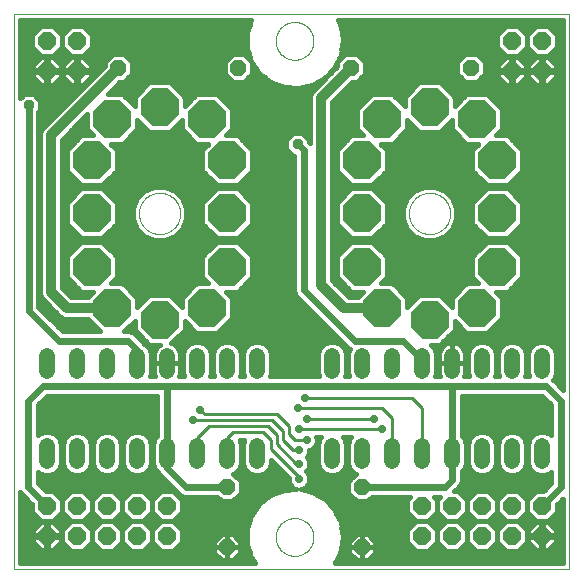
<source format=gbl>
G75*
%MOIN*%
%OFA0B0*%
%FSLAX25Y25*%
%IPPOS*%
%LPD*%
%AMOC8*
5,1,8,0,0,1.08239X$1,22.5*
%
%ADD10C,0.00000*%
%ADD11OC8,0.12661*%
%ADD12OC8,0.05200*%
%ADD13C,0.05200*%
%ADD14OC8,0.06000*%
%ADD15C,0.01600*%
%ADD16C,0.03200*%
%ADD17C,0.02400*%
%ADD18C,0.02800*%
%ADD19C,0.01000*%
%ADD20OC8,0.03562*%
D10*
X0005737Y0005737D02*
X0005737Y0190776D01*
X0190776Y0190776D01*
X0190776Y0005737D01*
X0005737Y0005737D01*
X0093001Y0016446D02*
X0093003Y0016604D01*
X0093009Y0016762D01*
X0093019Y0016920D01*
X0093033Y0017078D01*
X0093051Y0017235D01*
X0093072Y0017392D01*
X0093098Y0017548D01*
X0093128Y0017704D01*
X0093161Y0017859D01*
X0093199Y0018012D01*
X0093240Y0018165D01*
X0093285Y0018317D01*
X0093334Y0018468D01*
X0093387Y0018617D01*
X0093443Y0018765D01*
X0093503Y0018911D01*
X0093567Y0019056D01*
X0093635Y0019199D01*
X0093706Y0019341D01*
X0093780Y0019481D01*
X0093858Y0019618D01*
X0093940Y0019754D01*
X0094024Y0019888D01*
X0094113Y0020019D01*
X0094204Y0020148D01*
X0094299Y0020275D01*
X0094396Y0020400D01*
X0094497Y0020522D01*
X0094601Y0020641D01*
X0094708Y0020758D01*
X0094818Y0020872D01*
X0094931Y0020983D01*
X0095046Y0021092D01*
X0095164Y0021197D01*
X0095285Y0021299D01*
X0095408Y0021399D01*
X0095534Y0021495D01*
X0095662Y0021588D01*
X0095792Y0021678D01*
X0095925Y0021764D01*
X0096060Y0021848D01*
X0096196Y0021927D01*
X0096335Y0022004D01*
X0096476Y0022076D01*
X0096618Y0022146D01*
X0096762Y0022211D01*
X0096908Y0022273D01*
X0097055Y0022331D01*
X0097204Y0022386D01*
X0097354Y0022437D01*
X0097505Y0022484D01*
X0097657Y0022527D01*
X0097810Y0022566D01*
X0097965Y0022602D01*
X0098120Y0022633D01*
X0098276Y0022661D01*
X0098432Y0022685D01*
X0098589Y0022705D01*
X0098747Y0022721D01*
X0098904Y0022733D01*
X0099063Y0022741D01*
X0099221Y0022745D01*
X0099379Y0022745D01*
X0099537Y0022741D01*
X0099696Y0022733D01*
X0099853Y0022721D01*
X0100011Y0022705D01*
X0100168Y0022685D01*
X0100324Y0022661D01*
X0100480Y0022633D01*
X0100635Y0022602D01*
X0100790Y0022566D01*
X0100943Y0022527D01*
X0101095Y0022484D01*
X0101246Y0022437D01*
X0101396Y0022386D01*
X0101545Y0022331D01*
X0101692Y0022273D01*
X0101838Y0022211D01*
X0101982Y0022146D01*
X0102124Y0022076D01*
X0102265Y0022004D01*
X0102404Y0021927D01*
X0102540Y0021848D01*
X0102675Y0021764D01*
X0102808Y0021678D01*
X0102938Y0021588D01*
X0103066Y0021495D01*
X0103192Y0021399D01*
X0103315Y0021299D01*
X0103436Y0021197D01*
X0103554Y0021092D01*
X0103669Y0020983D01*
X0103782Y0020872D01*
X0103892Y0020758D01*
X0103999Y0020641D01*
X0104103Y0020522D01*
X0104204Y0020400D01*
X0104301Y0020275D01*
X0104396Y0020148D01*
X0104487Y0020019D01*
X0104576Y0019888D01*
X0104660Y0019754D01*
X0104742Y0019618D01*
X0104820Y0019481D01*
X0104894Y0019341D01*
X0104965Y0019199D01*
X0105033Y0019056D01*
X0105097Y0018911D01*
X0105157Y0018765D01*
X0105213Y0018617D01*
X0105266Y0018468D01*
X0105315Y0018317D01*
X0105360Y0018165D01*
X0105401Y0018012D01*
X0105439Y0017859D01*
X0105472Y0017704D01*
X0105502Y0017548D01*
X0105528Y0017392D01*
X0105549Y0017235D01*
X0105567Y0017078D01*
X0105581Y0016920D01*
X0105591Y0016762D01*
X0105597Y0016604D01*
X0105599Y0016446D01*
X0105597Y0016288D01*
X0105591Y0016130D01*
X0105581Y0015972D01*
X0105567Y0015814D01*
X0105549Y0015657D01*
X0105528Y0015500D01*
X0105502Y0015344D01*
X0105472Y0015188D01*
X0105439Y0015033D01*
X0105401Y0014880D01*
X0105360Y0014727D01*
X0105315Y0014575D01*
X0105266Y0014424D01*
X0105213Y0014275D01*
X0105157Y0014127D01*
X0105097Y0013981D01*
X0105033Y0013836D01*
X0104965Y0013693D01*
X0104894Y0013551D01*
X0104820Y0013411D01*
X0104742Y0013274D01*
X0104660Y0013138D01*
X0104576Y0013004D01*
X0104487Y0012873D01*
X0104396Y0012744D01*
X0104301Y0012617D01*
X0104204Y0012492D01*
X0104103Y0012370D01*
X0103999Y0012251D01*
X0103892Y0012134D01*
X0103782Y0012020D01*
X0103669Y0011909D01*
X0103554Y0011800D01*
X0103436Y0011695D01*
X0103315Y0011593D01*
X0103192Y0011493D01*
X0103066Y0011397D01*
X0102938Y0011304D01*
X0102808Y0011214D01*
X0102675Y0011128D01*
X0102540Y0011044D01*
X0102404Y0010965D01*
X0102265Y0010888D01*
X0102124Y0010816D01*
X0101982Y0010746D01*
X0101838Y0010681D01*
X0101692Y0010619D01*
X0101545Y0010561D01*
X0101396Y0010506D01*
X0101246Y0010455D01*
X0101095Y0010408D01*
X0100943Y0010365D01*
X0100790Y0010326D01*
X0100635Y0010290D01*
X0100480Y0010259D01*
X0100324Y0010231D01*
X0100168Y0010207D01*
X0100011Y0010187D01*
X0099853Y0010171D01*
X0099696Y0010159D01*
X0099537Y0010151D01*
X0099379Y0010147D01*
X0099221Y0010147D01*
X0099063Y0010151D01*
X0098904Y0010159D01*
X0098747Y0010171D01*
X0098589Y0010187D01*
X0098432Y0010207D01*
X0098276Y0010231D01*
X0098120Y0010259D01*
X0097965Y0010290D01*
X0097810Y0010326D01*
X0097657Y0010365D01*
X0097505Y0010408D01*
X0097354Y0010455D01*
X0097204Y0010506D01*
X0097055Y0010561D01*
X0096908Y0010619D01*
X0096762Y0010681D01*
X0096618Y0010746D01*
X0096476Y0010816D01*
X0096335Y0010888D01*
X0096196Y0010965D01*
X0096060Y0011044D01*
X0095925Y0011128D01*
X0095792Y0011214D01*
X0095662Y0011304D01*
X0095534Y0011397D01*
X0095408Y0011493D01*
X0095285Y0011593D01*
X0095164Y0011695D01*
X0095046Y0011800D01*
X0094931Y0011909D01*
X0094818Y0012020D01*
X0094708Y0012134D01*
X0094601Y0012251D01*
X0094497Y0012370D01*
X0094396Y0012492D01*
X0094299Y0012617D01*
X0094204Y0012744D01*
X0094113Y0012873D01*
X0094024Y0013004D01*
X0093940Y0013138D01*
X0093858Y0013274D01*
X0093780Y0013411D01*
X0093706Y0013551D01*
X0093635Y0013693D01*
X0093567Y0013836D01*
X0093503Y0013981D01*
X0093443Y0014127D01*
X0093387Y0014275D01*
X0093334Y0014424D01*
X0093285Y0014575D01*
X0093240Y0014727D01*
X0093199Y0014880D01*
X0093161Y0015033D01*
X0093128Y0015188D01*
X0093098Y0015344D01*
X0093072Y0015500D01*
X0093051Y0015657D01*
X0093033Y0015814D01*
X0093019Y0015972D01*
X0093009Y0016130D01*
X0093003Y0016288D01*
X0093001Y0016446D01*
X0047410Y0124300D02*
X0047412Y0124469D01*
X0047418Y0124638D01*
X0047429Y0124807D01*
X0047443Y0124975D01*
X0047462Y0125143D01*
X0047485Y0125311D01*
X0047511Y0125478D01*
X0047542Y0125644D01*
X0047577Y0125810D01*
X0047616Y0125974D01*
X0047660Y0126138D01*
X0047707Y0126300D01*
X0047758Y0126461D01*
X0047813Y0126621D01*
X0047872Y0126780D01*
X0047934Y0126937D01*
X0048001Y0127092D01*
X0048072Y0127246D01*
X0048146Y0127398D01*
X0048224Y0127548D01*
X0048305Y0127696D01*
X0048390Y0127842D01*
X0048479Y0127986D01*
X0048571Y0128128D01*
X0048667Y0128267D01*
X0048766Y0128404D01*
X0048868Y0128539D01*
X0048974Y0128671D01*
X0049083Y0128800D01*
X0049195Y0128927D01*
X0049310Y0129051D01*
X0049428Y0129172D01*
X0049549Y0129290D01*
X0049673Y0129405D01*
X0049800Y0129517D01*
X0049929Y0129626D01*
X0050061Y0129732D01*
X0050196Y0129834D01*
X0050333Y0129933D01*
X0050472Y0130029D01*
X0050614Y0130121D01*
X0050758Y0130210D01*
X0050904Y0130295D01*
X0051052Y0130376D01*
X0051202Y0130454D01*
X0051354Y0130528D01*
X0051508Y0130599D01*
X0051663Y0130666D01*
X0051820Y0130728D01*
X0051979Y0130787D01*
X0052139Y0130842D01*
X0052300Y0130893D01*
X0052462Y0130940D01*
X0052626Y0130984D01*
X0052790Y0131023D01*
X0052956Y0131058D01*
X0053122Y0131089D01*
X0053289Y0131115D01*
X0053457Y0131138D01*
X0053625Y0131157D01*
X0053793Y0131171D01*
X0053962Y0131182D01*
X0054131Y0131188D01*
X0054300Y0131190D01*
X0054469Y0131188D01*
X0054638Y0131182D01*
X0054807Y0131171D01*
X0054975Y0131157D01*
X0055143Y0131138D01*
X0055311Y0131115D01*
X0055478Y0131089D01*
X0055644Y0131058D01*
X0055810Y0131023D01*
X0055974Y0130984D01*
X0056138Y0130940D01*
X0056300Y0130893D01*
X0056461Y0130842D01*
X0056621Y0130787D01*
X0056780Y0130728D01*
X0056937Y0130666D01*
X0057092Y0130599D01*
X0057246Y0130528D01*
X0057398Y0130454D01*
X0057548Y0130376D01*
X0057696Y0130295D01*
X0057842Y0130210D01*
X0057986Y0130121D01*
X0058128Y0130029D01*
X0058267Y0129933D01*
X0058404Y0129834D01*
X0058539Y0129732D01*
X0058671Y0129626D01*
X0058800Y0129517D01*
X0058927Y0129405D01*
X0059051Y0129290D01*
X0059172Y0129172D01*
X0059290Y0129051D01*
X0059405Y0128927D01*
X0059517Y0128800D01*
X0059626Y0128671D01*
X0059732Y0128539D01*
X0059834Y0128404D01*
X0059933Y0128267D01*
X0060029Y0128128D01*
X0060121Y0127986D01*
X0060210Y0127842D01*
X0060295Y0127696D01*
X0060376Y0127548D01*
X0060454Y0127398D01*
X0060528Y0127246D01*
X0060599Y0127092D01*
X0060666Y0126937D01*
X0060728Y0126780D01*
X0060787Y0126621D01*
X0060842Y0126461D01*
X0060893Y0126300D01*
X0060940Y0126138D01*
X0060984Y0125974D01*
X0061023Y0125810D01*
X0061058Y0125644D01*
X0061089Y0125478D01*
X0061115Y0125311D01*
X0061138Y0125143D01*
X0061157Y0124975D01*
X0061171Y0124807D01*
X0061182Y0124638D01*
X0061188Y0124469D01*
X0061190Y0124300D01*
X0061188Y0124131D01*
X0061182Y0123962D01*
X0061171Y0123793D01*
X0061157Y0123625D01*
X0061138Y0123457D01*
X0061115Y0123289D01*
X0061089Y0123122D01*
X0061058Y0122956D01*
X0061023Y0122790D01*
X0060984Y0122626D01*
X0060940Y0122462D01*
X0060893Y0122300D01*
X0060842Y0122139D01*
X0060787Y0121979D01*
X0060728Y0121820D01*
X0060666Y0121663D01*
X0060599Y0121508D01*
X0060528Y0121354D01*
X0060454Y0121202D01*
X0060376Y0121052D01*
X0060295Y0120904D01*
X0060210Y0120758D01*
X0060121Y0120614D01*
X0060029Y0120472D01*
X0059933Y0120333D01*
X0059834Y0120196D01*
X0059732Y0120061D01*
X0059626Y0119929D01*
X0059517Y0119800D01*
X0059405Y0119673D01*
X0059290Y0119549D01*
X0059172Y0119428D01*
X0059051Y0119310D01*
X0058927Y0119195D01*
X0058800Y0119083D01*
X0058671Y0118974D01*
X0058539Y0118868D01*
X0058404Y0118766D01*
X0058267Y0118667D01*
X0058128Y0118571D01*
X0057986Y0118479D01*
X0057842Y0118390D01*
X0057696Y0118305D01*
X0057548Y0118224D01*
X0057398Y0118146D01*
X0057246Y0118072D01*
X0057092Y0118001D01*
X0056937Y0117934D01*
X0056780Y0117872D01*
X0056621Y0117813D01*
X0056461Y0117758D01*
X0056300Y0117707D01*
X0056138Y0117660D01*
X0055974Y0117616D01*
X0055810Y0117577D01*
X0055644Y0117542D01*
X0055478Y0117511D01*
X0055311Y0117485D01*
X0055143Y0117462D01*
X0054975Y0117443D01*
X0054807Y0117429D01*
X0054638Y0117418D01*
X0054469Y0117412D01*
X0054300Y0117410D01*
X0054131Y0117412D01*
X0053962Y0117418D01*
X0053793Y0117429D01*
X0053625Y0117443D01*
X0053457Y0117462D01*
X0053289Y0117485D01*
X0053122Y0117511D01*
X0052956Y0117542D01*
X0052790Y0117577D01*
X0052626Y0117616D01*
X0052462Y0117660D01*
X0052300Y0117707D01*
X0052139Y0117758D01*
X0051979Y0117813D01*
X0051820Y0117872D01*
X0051663Y0117934D01*
X0051508Y0118001D01*
X0051354Y0118072D01*
X0051202Y0118146D01*
X0051052Y0118224D01*
X0050904Y0118305D01*
X0050758Y0118390D01*
X0050614Y0118479D01*
X0050472Y0118571D01*
X0050333Y0118667D01*
X0050196Y0118766D01*
X0050061Y0118868D01*
X0049929Y0118974D01*
X0049800Y0119083D01*
X0049673Y0119195D01*
X0049549Y0119310D01*
X0049428Y0119428D01*
X0049310Y0119549D01*
X0049195Y0119673D01*
X0049083Y0119800D01*
X0048974Y0119929D01*
X0048868Y0120061D01*
X0048766Y0120196D01*
X0048667Y0120333D01*
X0048571Y0120472D01*
X0048479Y0120614D01*
X0048390Y0120758D01*
X0048305Y0120904D01*
X0048224Y0121052D01*
X0048146Y0121202D01*
X0048072Y0121354D01*
X0048001Y0121508D01*
X0047934Y0121663D01*
X0047872Y0121820D01*
X0047813Y0121979D01*
X0047758Y0122139D01*
X0047707Y0122300D01*
X0047660Y0122462D01*
X0047616Y0122626D01*
X0047577Y0122790D01*
X0047542Y0122956D01*
X0047511Y0123122D01*
X0047485Y0123289D01*
X0047462Y0123457D01*
X0047443Y0123625D01*
X0047429Y0123793D01*
X0047418Y0123962D01*
X0047412Y0124131D01*
X0047410Y0124300D01*
X0093001Y0181800D02*
X0093003Y0181958D01*
X0093009Y0182116D01*
X0093019Y0182274D01*
X0093033Y0182432D01*
X0093051Y0182589D01*
X0093072Y0182746D01*
X0093098Y0182902D01*
X0093128Y0183058D01*
X0093161Y0183213D01*
X0093199Y0183366D01*
X0093240Y0183519D01*
X0093285Y0183671D01*
X0093334Y0183822D01*
X0093387Y0183971D01*
X0093443Y0184119D01*
X0093503Y0184265D01*
X0093567Y0184410D01*
X0093635Y0184553D01*
X0093706Y0184695D01*
X0093780Y0184835D01*
X0093858Y0184972D01*
X0093940Y0185108D01*
X0094024Y0185242D01*
X0094113Y0185373D01*
X0094204Y0185502D01*
X0094299Y0185629D01*
X0094396Y0185754D01*
X0094497Y0185876D01*
X0094601Y0185995D01*
X0094708Y0186112D01*
X0094818Y0186226D01*
X0094931Y0186337D01*
X0095046Y0186446D01*
X0095164Y0186551D01*
X0095285Y0186653D01*
X0095408Y0186753D01*
X0095534Y0186849D01*
X0095662Y0186942D01*
X0095792Y0187032D01*
X0095925Y0187118D01*
X0096060Y0187202D01*
X0096196Y0187281D01*
X0096335Y0187358D01*
X0096476Y0187430D01*
X0096618Y0187500D01*
X0096762Y0187565D01*
X0096908Y0187627D01*
X0097055Y0187685D01*
X0097204Y0187740D01*
X0097354Y0187791D01*
X0097505Y0187838D01*
X0097657Y0187881D01*
X0097810Y0187920D01*
X0097965Y0187956D01*
X0098120Y0187987D01*
X0098276Y0188015D01*
X0098432Y0188039D01*
X0098589Y0188059D01*
X0098747Y0188075D01*
X0098904Y0188087D01*
X0099063Y0188095D01*
X0099221Y0188099D01*
X0099379Y0188099D01*
X0099537Y0188095D01*
X0099696Y0188087D01*
X0099853Y0188075D01*
X0100011Y0188059D01*
X0100168Y0188039D01*
X0100324Y0188015D01*
X0100480Y0187987D01*
X0100635Y0187956D01*
X0100790Y0187920D01*
X0100943Y0187881D01*
X0101095Y0187838D01*
X0101246Y0187791D01*
X0101396Y0187740D01*
X0101545Y0187685D01*
X0101692Y0187627D01*
X0101838Y0187565D01*
X0101982Y0187500D01*
X0102124Y0187430D01*
X0102265Y0187358D01*
X0102404Y0187281D01*
X0102540Y0187202D01*
X0102675Y0187118D01*
X0102808Y0187032D01*
X0102938Y0186942D01*
X0103066Y0186849D01*
X0103192Y0186753D01*
X0103315Y0186653D01*
X0103436Y0186551D01*
X0103554Y0186446D01*
X0103669Y0186337D01*
X0103782Y0186226D01*
X0103892Y0186112D01*
X0103999Y0185995D01*
X0104103Y0185876D01*
X0104204Y0185754D01*
X0104301Y0185629D01*
X0104396Y0185502D01*
X0104487Y0185373D01*
X0104576Y0185242D01*
X0104660Y0185108D01*
X0104742Y0184972D01*
X0104820Y0184835D01*
X0104894Y0184695D01*
X0104965Y0184553D01*
X0105033Y0184410D01*
X0105097Y0184265D01*
X0105157Y0184119D01*
X0105213Y0183971D01*
X0105266Y0183822D01*
X0105315Y0183671D01*
X0105360Y0183519D01*
X0105401Y0183366D01*
X0105439Y0183213D01*
X0105472Y0183058D01*
X0105502Y0182902D01*
X0105528Y0182746D01*
X0105549Y0182589D01*
X0105567Y0182432D01*
X0105581Y0182274D01*
X0105591Y0182116D01*
X0105597Y0181958D01*
X0105599Y0181800D01*
X0105597Y0181642D01*
X0105591Y0181484D01*
X0105581Y0181326D01*
X0105567Y0181168D01*
X0105549Y0181011D01*
X0105528Y0180854D01*
X0105502Y0180698D01*
X0105472Y0180542D01*
X0105439Y0180387D01*
X0105401Y0180234D01*
X0105360Y0180081D01*
X0105315Y0179929D01*
X0105266Y0179778D01*
X0105213Y0179629D01*
X0105157Y0179481D01*
X0105097Y0179335D01*
X0105033Y0179190D01*
X0104965Y0179047D01*
X0104894Y0178905D01*
X0104820Y0178765D01*
X0104742Y0178628D01*
X0104660Y0178492D01*
X0104576Y0178358D01*
X0104487Y0178227D01*
X0104396Y0178098D01*
X0104301Y0177971D01*
X0104204Y0177846D01*
X0104103Y0177724D01*
X0103999Y0177605D01*
X0103892Y0177488D01*
X0103782Y0177374D01*
X0103669Y0177263D01*
X0103554Y0177154D01*
X0103436Y0177049D01*
X0103315Y0176947D01*
X0103192Y0176847D01*
X0103066Y0176751D01*
X0102938Y0176658D01*
X0102808Y0176568D01*
X0102675Y0176482D01*
X0102540Y0176398D01*
X0102404Y0176319D01*
X0102265Y0176242D01*
X0102124Y0176170D01*
X0101982Y0176100D01*
X0101838Y0176035D01*
X0101692Y0175973D01*
X0101545Y0175915D01*
X0101396Y0175860D01*
X0101246Y0175809D01*
X0101095Y0175762D01*
X0100943Y0175719D01*
X0100790Y0175680D01*
X0100635Y0175644D01*
X0100480Y0175613D01*
X0100324Y0175585D01*
X0100168Y0175561D01*
X0100011Y0175541D01*
X0099853Y0175525D01*
X0099696Y0175513D01*
X0099537Y0175505D01*
X0099379Y0175501D01*
X0099221Y0175501D01*
X0099063Y0175505D01*
X0098904Y0175513D01*
X0098747Y0175525D01*
X0098589Y0175541D01*
X0098432Y0175561D01*
X0098276Y0175585D01*
X0098120Y0175613D01*
X0097965Y0175644D01*
X0097810Y0175680D01*
X0097657Y0175719D01*
X0097505Y0175762D01*
X0097354Y0175809D01*
X0097204Y0175860D01*
X0097055Y0175915D01*
X0096908Y0175973D01*
X0096762Y0176035D01*
X0096618Y0176100D01*
X0096476Y0176170D01*
X0096335Y0176242D01*
X0096196Y0176319D01*
X0096060Y0176398D01*
X0095925Y0176482D01*
X0095792Y0176568D01*
X0095662Y0176658D01*
X0095534Y0176751D01*
X0095408Y0176847D01*
X0095285Y0176947D01*
X0095164Y0177049D01*
X0095046Y0177154D01*
X0094931Y0177263D01*
X0094818Y0177374D01*
X0094708Y0177488D01*
X0094601Y0177605D01*
X0094497Y0177724D01*
X0094396Y0177846D01*
X0094299Y0177971D01*
X0094204Y0178098D01*
X0094113Y0178227D01*
X0094024Y0178358D01*
X0093940Y0178492D01*
X0093858Y0178628D01*
X0093780Y0178765D01*
X0093706Y0178905D01*
X0093635Y0179047D01*
X0093567Y0179190D01*
X0093503Y0179335D01*
X0093443Y0179481D01*
X0093387Y0179629D01*
X0093334Y0179778D01*
X0093285Y0179929D01*
X0093240Y0180081D01*
X0093199Y0180234D01*
X0093161Y0180387D01*
X0093128Y0180542D01*
X0093098Y0180698D01*
X0093072Y0180854D01*
X0093051Y0181011D01*
X0093033Y0181168D01*
X0093019Y0181326D01*
X0093009Y0181484D01*
X0093003Y0181642D01*
X0093001Y0181800D01*
X0137410Y0124300D02*
X0137412Y0124469D01*
X0137418Y0124638D01*
X0137429Y0124807D01*
X0137443Y0124975D01*
X0137462Y0125143D01*
X0137485Y0125311D01*
X0137511Y0125478D01*
X0137542Y0125644D01*
X0137577Y0125810D01*
X0137616Y0125974D01*
X0137660Y0126138D01*
X0137707Y0126300D01*
X0137758Y0126461D01*
X0137813Y0126621D01*
X0137872Y0126780D01*
X0137934Y0126937D01*
X0138001Y0127092D01*
X0138072Y0127246D01*
X0138146Y0127398D01*
X0138224Y0127548D01*
X0138305Y0127696D01*
X0138390Y0127842D01*
X0138479Y0127986D01*
X0138571Y0128128D01*
X0138667Y0128267D01*
X0138766Y0128404D01*
X0138868Y0128539D01*
X0138974Y0128671D01*
X0139083Y0128800D01*
X0139195Y0128927D01*
X0139310Y0129051D01*
X0139428Y0129172D01*
X0139549Y0129290D01*
X0139673Y0129405D01*
X0139800Y0129517D01*
X0139929Y0129626D01*
X0140061Y0129732D01*
X0140196Y0129834D01*
X0140333Y0129933D01*
X0140472Y0130029D01*
X0140614Y0130121D01*
X0140758Y0130210D01*
X0140904Y0130295D01*
X0141052Y0130376D01*
X0141202Y0130454D01*
X0141354Y0130528D01*
X0141508Y0130599D01*
X0141663Y0130666D01*
X0141820Y0130728D01*
X0141979Y0130787D01*
X0142139Y0130842D01*
X0142300Y0130893D01*
X0142462Y0130940D01*
X0142626Y0130984D01*
X0142790Y0131023D01*
X0142956Y0131058D01*
X0143122Y0131089D01*
X0143289Y0131115D01*
X0143457Y0131138D01*
X0143625Y0131157D01*
X0143793Y0131171D01*
X0143962Y0131182D01*
X0144131Y0131188D01*
X0144300Y0131190D01*
X0144469Y0131188D01*
X0144638Y0131182D01*
X0144807Y0131171D01*
X0144975Y0131157D01*
X0145143Y0131138D01*
X0145311Y0131115D01*
X0145478Y0131089D01*
X0145644Y0131058D01*
X0145810Y0131023D01*
X0145974Y0130984D01*
X0146138Y0130940D01*
X0146300Y0130893D01*
X0146461Y0130842D01*
X0146621Y0130787D01*
X0146780Y0130728D01*
X0146937Y0130666D01*
X0147092Y0130599D01*
X0147246Y0130528D01*
X0147398Y0130454D01*
X0147548Y0130376D01*
X0147696Y0130295D01*
X0147842Y0130210D01*
X0147986Y0130121D01*
X0148128Y0130029D01*
X0148267Y0129933D01*
X0148404Y0129834D01*
X0148539Y0129732D01*
X0148671Y0129626D01*
X0148800Y0129517D01*
X0148927Y0129405D01*
X0149051Y0129290D01*
X0149172Y0129172D01*
X0149290Y0129051D01*
X0149405Y0128927D01*
X0149517Y0128800D01*
X0149626Y0128671D01*
X0149732Y0128539D01*
X0149834Y0128404D01*
X0149933Y0128267D01*
X0150029Y0128128D01*
X0150121Y0127986D01*
X0150210Y0127842D01*
X0150295Y0127696D01*
X0150376Y0127548D01*
X0150454Y0127398D01*
X0150528Y0127246D01*
X0150599Y0127092D01*
X0150666Y0126937D01*
X0150728Y0126780D01*
X0150787Y0126621D01*
X0150842Y0126461D01*
X0150893Y0126300D01*
X0150940Y0126138D01*
X0150984Y0125974D01*
X0151023Y0125810D01*
X0151058Y0125644D01*
X0151089Y0125478D01*
X0151115Y0125311D01*
X0151138Y0125143D01*
X0151157Y0124975D01*
X0151171Y0124807D01*
X0151182Y0124638D01*
X0151188Y0124469D01*
X0151190Y0124300D01*
X0151188Y0124131D01*
X0151182Y0123962D01*
X0151171Y0123793D01*
X0151157Y0123625D01*
X0151138Y0123457D01*
X0151115Y0123289D01*
X0151089Y0123122D01*
X0151058Y0122956D01*
X0151023Y0122790D01*
X0150984Y0122626D01*
X0150940Y0122462D01*
X0150893Y0122300D01*
X0150842Y0122139D01*
X0150787Y0121979D01*
X0150728Y0121820D01*
X0150666Y0121663D01*
X0150599Y0121508D01*
X0150528Y0121354D01*
X0150454Y0121202D01*
X0150376Y0121052D01*
X0150295Y0120904D01*
X0150210Y0120758D01*
X0150121Y0120614D01*
X0150029Y0120472D01*
X0149933Y0120333D01*
X0149834Y0120196D01*
X0149732Y0120061D01*
X0149626Y0119929D01*
X0149517Y0119800D01*
X0149405Y0119673D01*
X0149290Y0119549D01*
X0149172Y0119428D01*
X0149051Y0119310D01*
X0148927Y0119195D01*
X0148800Y0119083D01*
X0148671Y0118974D01*
X0148539Y0118868D01*
X0148404Y0118766D01*
X0148267Y0118667D01*
X0148128Y0118571D01*
X0147986Y0118479D01*
X0147842Y0118390D01*
X0147696Y0118305D01*
X0147548Y0118224D01*
X0147398Y0118146D01*
X0147246Y0118072D01*
X0147092Y0118001D01*
X0146937Y0117934D01*
X0146780Y0117872D01*
X0146621Y0117813D01*
X0146461Y0117758D01*
X0146300Y0117707D01*
X0146138Y0117660D01*
X0145974Y0117616D01*
X0145810Y0117577D01*
X0145644Y0117542D01*
X0145478Y0117511D01*
X0145311Y0117485D01*
X0145143Y0117462D01*
X0144975Y0117443D01*
X0144807Y0117429D01*
X0144638Y0117418D01*
X0144469Y0117412D01*
X0144300Y0117410D01*
X0144131Y0117412D01*
X0143962Y0117418D01*
X0143793Y0117429D01*
X0143625Y0117443D01*
X0143457Y0117462D01*
X0143289Y0117485D01*
X0143122Y0117511D01*
X0142956Y0117542D01*
X0142790Y0117577D01*
X0142626Y0117616D01*
X0142462Y0117660D01*
X0142300Y0117707D01*
X0142139Y0117758D01*
X0141979Y0117813D01*
X0141820Y0117872D01*
X0141663Y0117934D01*
X0141508Y0118001D01*
X0141354Y0118072D01*
X0141202Y0118146D01*
X0141052Y0118224D01*
X0140904Y0118305D01*
X0140758Y0118390D01*
X0140614Y0118479D01*
X0140472Y0118571D01*
X0140333Y0118667D01*
X0140196Y0118766D01*
X0140061Y0118868D01*
X0139929Y0118974D01*
X0139800Y0119083D01*
X0139673Y0119195D01*
X0139549Y0119310D01*
X0139428Y0119428D01*
X0139310Y0119549D01*
X0139195Y0119673D01*
X0139083Y0119800D01*
X0138974Y0119929D01*
X0138868Y0120061D01*
X0138766Y0120196D01*
X0138667Y0120333D01*
X0138571Y0120472D01*
X0138479Y0120614D01*
X0138390Y0120758D01*
X0138305Y0120904D01*
X0138224Y0121052D01*
X0138146Y0121202D01*
X0138072Y0121354D01*
X0138001Y0121508D01*
X0137934Y0121663D01*
X0137872Y0121820D01*
X0137813Y0121979D01*
X0137758Y0122139D01*
X0137707Y0122300D01*
X0137660Y0122462D01*
X0137616Y0122626D01*
X0137577Y0122790D01*
X0137542Y0122956D01*
X0137511Y0123122D01*
X0137485Y0123289D01*
X0137462Y0123457D01*
X0137443Y0123625D01*
X0137429Y0123793D01*
X0137418Y0123962D01*
X0137412Y0124131D01*
X0137410Y0124300D01*
D11*
X0121662Y0124300D03*
X0121662Y0106583D03*
X0128552Y0092804D03*
X0144300Y0088867D03*
X0160048Y0092804D03*
X0166938Y0106583D03*
X0166938Y0124300D03*
X0166938Y0142017D03*
X0160048Y0155796D03*
X0144300Y0159733D03*
X0128552Y0155796D03*
X0121662Y0142017D03*
X0076938Y0142017D03*
X0070048Y0155796D03*
X0054300Y0159733D03*
X0038552Y0155796D03*
X0031662Y0142017D03*
X0031662Y0124300D03*
X0031662Y0106583D03*
X0038552Y0092804D03*
X0054300Y0088867D03*
X0070048Y0092804D03*
X0076938Y0106583D03*
X0076938Y0124300D03*
D12*
X0080550Y0172800D03*
X0118050Y0172800D03*
X0158050Y0172800D03*
X0040550Y0172800D03*
X0076800Y0033050D03*
X0076800Y0013050D03*
X0121800Y0013050D03*
X0121800Y0033050D03*
D13*
X0121800Y0041700D02*
X0121800Y0046900D01*
X0111800Y0046900D02*
X0111800Y0041700D01*
X0131800Y0041700D02*
X0131800Y0046900D01*
X0141800Y0046900D02*
X0141800Y0041700D01*
X0151800Y0041700D02*
X0151800Y0046900D01*
X0161800Y0046900D02*
X0161800Y0041700D01*
X0171800Y0041700D02*
X0171800Y0046900D01*
X0181800Y0046900D02*
X0181800Y0041700D01*
X0181800Y0071700D02*
X0181800Y0076900D01*
X0171800Y0076900D02*
X0171800Y0071700D01*
X0161800Y0071700D02*
X0161800Y0076900D01*
X0151800Y0076900D02*
X0151800Y0071700D01*
X0141800Y0071700D02*
X0141800Y0076900D01*
X0131800Y0076900D02*
X0131800Y0071700D01*
X0121800Y0071700D02*
X0121800Y0076900D01*
X0111800Y0076900D02*
X0111800Y0071700D01*
X0086800Y0071700D02*
X0086800Y0076900D01*
X0076800Y0076900D02*
X0076800Y0071700D01*
X0066800Y0071700D02*
X0066800Y0076900D01*
X0056800Y0076900D02*
X0056800Y0071700D01*
X0046800Y0071700D02*
X0046800Y0076900D01*
X0036800Y0076900D02*
X0036800Y0071700D01*
X0026800Y0071700D02*
X0026800Y0076900D01*
X0016800Y0076900D02*
X0016800Y0071700D01*
X0016800Y0046900D02*
X0016800Y0041700D01*
X0026800Y0041700D02*
X0026800Y0046900D01*
X0036800Y0046900D02*
X0036800Y0041700D01*
X0046800Y0041700D02*
X0046800Y0046900D01*
X0056800Y0046900D02*
X0056800Y0041700D01*
X0066800Y0041700D02*
X0066800Y0046900D01*
X0076800Y0046900D02*
X0076800Y0041700D01*
X0086800Y0041700D02*
X0086800Y0046900D01*
D14*
X0056800Y0026800D03*
X0056800Y0016800D03*
X0046800Y0016800D03*
X0046800Y0026800D03*
X0036800Y0026800D03*
X0036800Y0016800D03*
X0026800Y0016800D03*
X0026800Y0026800D03*
X0016800Y0026800D03*
X0016800Y0016800D03*
X0141800Y0016800D03*
X0141800Y0026800D03*
X0151800Y0026800D03*
X0151800Y0016800D03*
X0161800Y0016800D03*
X0161800Y0026800D03*
X0171800Y0026800D03*
X0171800Y0016800D03*
X0181800Y0016800D03*
X0181800Y0026800D03*
X0181800Y0171800D03*
X0181800Y0181800D03*
X0171800Y0181800D03*
X0171800Y0171800D03*
X0026800Y0171800D03*
X0026800Y0181800D03*
X0016800Y0181800D03*
X0016800Y0171800D03*
D15*
X0017000Y0172000D02*
X0021600Y0172000D01*
X0021600Y0173788D01*
X0018788Y0176600D01*
X0017000Y0176600D01*
X0017000Y0172000D01*
X0017000Y0171600D01*
X0021600Y0171600D01*
X0021600Y0169812D01*
X0018788Y0167000D01*
X0017000Y0167000D01*
X0017000Y0171600D01*
X0016600Y0171600D01*
X0016600Y0167000D01*
X0014812Y0167000D01*
X0012000Y0169812D01*
X0012000Y0171600D01*
X0016600Y0171600D01*
X0016600Y0172000D01*
X0016600Y0176600D01*
X0014812Y0176600D01*
X0012000Y0173788D01*
X0012000Y0172000D01*
X0016600Y0172000D01*
X0017000Y0172000D01*
X0017000Y0171242D02*
X0016600Y0171242D01*
X0016600Y0169644D02*
X0017000Y0169644D01*
X0017000Y0168045D02*
X0016600Y0168045D01*
X0019833Y0168045D02*
X0023767Y0168045D01*
X0024812Y0167000D02*
X0022000Y0169812D01*
X0022000Y0171600D01*
X0026600Y0171600D01*
X0027000Y0171600D01*
X0027000Y0172000D01*
X0031600Y0172000D01*
X0031600Y0173788D01*
X0028788Y0176600D01*
X0027000Y0176600D01*
X0027000Y0172000D01*
X0026600Y0172000D01*
X0026600Y0176600D01*
X0024812Y0176600D01*
X0022000Y0173788D01*
X0022000Y0172000D01*
X0026600Y0172000D01*
X0026600Y0171600D01*
X0026600Y0167000D01*
X0024812Y0167000D01*
X0026600Y0168045D02*
X0027000Y0168045D01*
X0027000Y0167000D02*
X0028788Y0167000D01*
X0031600Y0169812D01*
X0031600Y0171600D01*
X0027000Y0171600D01*
X0027000Y0167000D01*
X0029105Y0166447D02*
X0007737Y0166447D01*
X0007737Y0168045D02*
X0013767Y0168045D01*
X0012168Y0169644D02*
X0007737Y0169644D01*
X0007737Y0171242D02*
X0012000Y0171242D01*
X0012000Y0172841D02*
X0007737Y0172841D01*
X0007737Y0174439D02*
X0012651Y0174439D01*
X0014250Y0176038D02*
X0007737Y0176038D01*
X0007737Y0177636D02*
X0013893Y0177636D01*
X0014729Y0176800D02*
X0011800Y0179729D01*
X0011800Y0183871D01*
X0014729Y0186800D01*
X0018871Y0186800D01*
X0021800Y0183871D01*
X0021800Y0179729D01*
X0024729Y0176800D01*
X0028871Y0176800D01*
X0031800Y0179729D01*
X0031800Y0183871D01*
X0028871Y0186800D01*
X0024729Y0186800D01*
X0021800Y0183871D01*
X0021800Y0179729D01*
X0018871Y0176800D01*
X0014729Y0176800D01*
X0016600Y0176038D02*
X0017000Y0176038D01*
X0017000Y0174439D02*
X0016600Y0174439D01*
X0016600Y0172841D02*
X0017000Y0172841D01*
X0019350Y0176038D02*
X0024250Y0176038D01*
X0023893Y0177636D02*
X0019707Y0177636D01*
X0021306Y0179235D02*
X0022294Y0179235D01*
X0021800Y0180833D02*
X0021800Y0180833D01*
X0021800Y0182432D02*
X0021800Y0182432D01*
X0021641Y0184030D02*
X0021959Y0184030D01*
X0023558Y0185629D02*
X0020042Y0185629D01*
X0013558Y0185629D02*
X0007737Y0185629D01*
X0007737Y0187227D02*
X0084315Y0187227D01*
X0084792Y0188776D02*
X0083429Y0184357D01*
X0083429Y0179573D01*
X0084833Y0175022D01*
X0082455Y0177400D01*
X0078645Y0177400D01*
X0075950Y0174705D01*
X0075950Y0170895D01*
X0078645Y0168200D01*
X0082455Y0168200D01*
X0085150Y0170895D01*
X0085150Y0174546D01*
X0087535Y0171049D01*
X0091275Y0168066D01*
X0095729Y0166318D01*
X0100499Y0165960D01*
X0100499Y0165960D01*
X0105164Y0167025D01*
X0109307Y0169417D01*
X0112561Y0172924D01*
X0112561Y0172924D01*
X0114637Y0177235D01*
X0115350Y0181965D01*
X0114637Y0186696D01*
X0114637Y0186696D01*
X0113635Y0188776D01*
X0188776Y0188776D01*
X0188776Y0065599D01*
X0185763Y0068613D01*
X0185490Y0068885D01*
X0185700Y0069094D01*
X0186400Y0070785D01*
X0186400Y0077815D01*
X0185700Y0079506D01*
X0184406Y0080800D01*
X0182715Y0081500D01*
X0180885Y0081500D01*
X0179194Y0080800D01*
X0177900Y0079506D01*
X0177200Y0077815D01*
X0177200Y0070785D01*
X0177525Y0070000D01*
X0176075Y0070000D01*
X0176400Y0070785D01*
X0176400Y0077815D01*
X0175700Y0079506D01*
X0174406Y0080800D01*
X0172715Y0081500D01*
X0170885Y0081500D01*
X0169194Y0080800D01*
X0167900Y0079506D01*
X0167200Y0077815D01*
X0167200Y0070785D01*
X0167525Y0070000D01*
X0166075Y0070000D01*
X0166400Y0070785D01*
X0166400Y0077815D01*
X0165700Y0079506D01*
X0164406Y0080800D01*
X0162715Y0081500D01*
X0160885Y0081500D01*
X0159194Y0080800D01*
X0157900Y0079506D01*
X0157200Y0077815D01*
X0157200Y0070785D01*
X0157525Y0070000D01*
X0155872Y0070000D01*
X0155878Y0070011D01*
X0156092Y0070670D01*
X0156200Y0071354D01*
X0156200Y0074300D01*
X0156200Y0077246D01*
X0156092Y0077930D01*
X0155878Y0078589D01*
X0155563Y0079206D01*
X0155156Y0079766D01*
X0154666Y0080256D01*
X0154106Y0080663D01*
X0153489Y0080978D01*
X0152830Y0081192D01*
X0152146Y0081300D01*
X0151800Y0081300D01*
X0151800Y0074300D01*
X0151800Y0074300D01*
X0156200Y0074300D01*
X0151800Y0074300D01*
X0151800Y0074300D01*
X0151800Y0074300D01*
X0147400Y0074300D01*
X0147400Y0077246D01*
X0147508Y0077930D01*
X0147722Y0078589D01*
X0148037Y0079206D01*
X0148444Y0079766D01*
X0148934Y0080256D01*
X0149494Y0080663D01*
X0150111Y0080978D01*
X0150770Y0081192D01*
X0151454Y0081300D01*
X0151800Y0081300D01*
X0151800Y0074300D01*
X0147400Y0074300D01*
X0147400Y0071354D01*
X0147508Y0070670D01*
X0147722Y0070011D01*
X0147728Y0070000D01*
X0146075Y0070000D01*
X0146400Y0070785D01*
X0146400Y0077815D01*
X0145700Y0079506D01*
X0144669Y0080536D01*
X0147751Y0080536D01*
X0152631Y0085416D01*
X0152631Y0088440D01*
X0156597Y0084473D01*
X0163499Y0084473D01*
X0168379Y0089353D01*
X0168379Y0096255D01*
X0166381Y0098253D01*
X0170388Y0098253D01*
X0175268Y0103133D01*
X0175268Y0110034D01*
X0170388Y0114914D01*
X0163487Y0114914D01*
X0158607Y0110034D01*
X0158607Y0103133D01*
X0160605Y0101135D01*
X0156597Y0101135D01*
X0151717Y0096255D01*
X0151717Y0093231D01*
X0147751Y0097198D01*
X0140849Y0097198D01*
X0136883Y0093231D01*
X0136883Y0096255D01*
X0132003Y0101135D01*
X0127995Y0101135D01*
X0129993Y0103133D01*
X0129993Y0110034D01*
X0125113Y0114914D01*
X0118212Y0114914D01*
X0113331Y0110034D01*
X0113331Y0103133D01*
X0118212Y0098253D01*
X0122219Y0098253D01*
X0120371Y0096404D01*
X0117287Y0096404D01*
X0111650Y0102041D01*
X0111650Y0161309D01*
X0118541Y0168200D01*
X0119955Y0168200D01*
X0122650Y0170895D01*
X0122650Y0174705D01*
X0119955Y0177400D01*
X0116145Y0177400D01*
X0113450Y0174705D01*
X0113450Y0173291D01*
X0104998Y0164839D01*
X0104450Y0163516D01*
X0104450Y0147675D01*
X0104081Y0148044D01*
X0104081Y0148866D01*
X0101866Y0151081D01*
X0098734Y0151081D01*
X0096519Y0148866D01*
X0096519Y0145734D01*
X0098734Y0143519D01*
X0099100Y0143519D01*
X0099100Y0098163D01*
X0099587Y0096987D01*
X0100487Y0096087D01*
X0117487Y0079087D01*
X0117692Y0079002D01*
X0117200Y0077815D01*
X0117200Y0070785D01*
X0117525Y0070000D01*
X0116075Y0070000D01*
X0116400Y0070785D01*
X0116400Y0077815D01*
X0115700Y0079506D01*
X0114406Y0080800D01*
X0112715Y0081500D01*
X0110885Y0081500D01*
X0109194Y0080800D01*
X0107900Y0079506D01*
X0107200Y0077815D01*
X0107200Y0070785D01*
X0107525Y0070000D01*
X0091075Y0070000D01*
X0091400Y0070785D01*
X0091400Y0077815D01*
X0090700Y0079506D01*
X0089406Y0080800D01*
X0087715Y0081500D01*
X0085885Y0081500D01*
X0084194Y0080800D01*
X0082900Y0079506D01*
X0082200Y0077815D01*
X0082200Y0070785D01*
X0082525Y0070000D01*
X0081075Y0070000D01*
X0081400Y0070785D01*
X0081400Y0077815D01*
X0080700Y0079506D01*
X0079406Y0080800D01*
X0077715Y0081500D01*
X0075885Y0081500D01*
X0074194Y0080800D01*
X0072900Y0079506D01*
X0072200Y0077815D01*
X0072200Y0070785D01*
X0072525Y0070000D01*
X0071075Y0070000D01*
X0071400Y0070785D01*
X0071400Y0077815D01*
X0070700Y0079506D01*
X0069406Y0080800D01*
X0067715Y0081500D01*
X0065885Y0081500D01*
X0064194Y0080800D01*
X0062900Y0079506D01*
X0062200Y0077815D01*
X0062200Y0070785D01*
X0062525Y0070000D01*
X0060872Y0070000D01*
X0060878Y0070011D01*
X0061092Y0070670D01*
X0061200Y0071354D01*
X0061200Y0074300D01*
X0061200Y0077246D01*
X0061092Y0077930D01*
X0060878Y0078589D01*
X0060563Y0079206D01*
X0060156Y0079766D01*
X0059666Y0080256D01*
X0059106Y0080663D01*
X0058489Y0080978D01*
X0058265Y0081050D01*
X0062631Y0085416D01*
X0062631Y0088440D01*
X0066597Y0084473D01*
X0073499Y0084473D01*
X0078379Y0089353D01*
X0078379Y0096255D01*
X0076381Y0098253D01*
X0080388Y0098253D01*
X0085268Y0103133D01*
X0085268Y0110034D01*
X0080388Y0114914D01*
X0073487Y0114914D01*
X0068607Y0110034D01*
X0068607Y0103133D01*
X0070605Y0101135D01*
X0066597Y0101135D01*
X0061717Y0096255D01*
X0061717Y0093231D01*
X0057751Y0097198D01*
X0050849Y0097198D01*
X0046883Y0093231D01*
X0046883Y0096255D01*
X0042003Y0101135D01*
X0037995Y0101135D01*
X0039993Y0103133D01*
X0039993Y0110034D01*
X0035113Y0114914D01*
X0028212Y0114914D01*
X0023331Y0110034D01*
X0023331Y0103133D01*
X0028212Y0098253D01*
X0032219Y0098253D01*
X0030371Y0096404D01*
X0024787Y0096404D01*
X0021650Y0099541D01*
X0021650Y0148809D01*
X0030221Y0157380D01*
X0030221Y0152345D01*
X0032219Y0150347D01*
X0028212Y0150347D01*
X0023331Y0145467D01*
X0023331Y0138566D01*
X0028212Y0133686D01*
X0035113Y0133686D01*
X0039993Y0138566D01*
X0039993Y0145467D01*
X0037995Y0147465D01*
X0042003Y0147465D01*
X0046883Y0152345D01*
X0046883Y0155369D01*
X0050849Y0151402D01*
X0057751Y0151402D01*
X0061717Y0155369D01*
X0061717Y0152345D01*
X0066597Y0147465D01*
X0070605Y0147465D01*
X0068607Y0145467D01*
X0068607Y0138566D01*
X0073487Y0133686D01*
X0080388Y0133686D01*
X0085268Y0138566D01*
X0085268Y0145467D01*
X0080388Y0150347D01*
X0076381Y0150347D01*
X0078379Y0152345D01*
X0078379Y0159247D01*
X0073499Y0164127D01*
X0066597Y0164127D01*
X0062631Y0160160D01*
X0062631Y0163184D01*
X0057751Y0168064D01*
X0050849Y0168064D01*
X0045969Y0163184D01*
X0045969Y0160160D01*
X0042003Y0164127D01*
X0036968Y0164127D01*
X0041041Y0168200D01*
X0042455Y0168200D01*
X0045150Y0170895D01*
X0045150Y0174705D01*
X0042455Y0177400D01*
X0038645Y0177400D01*
X0035950Y0174705D01*
X0035950Y0173291D01*
X0016011Y0153352D01*
X0014998Y0152339D01*
X0014450Y0151016D01*
X0014450Y0097334D01*
X0014998Y0096011D01*
X0020244Y0090765D01*
X0021257Y0089752D01*
X0022580Y0089204D01*
X0030371Y0089204D01*
X0034575Y0085000D01*
X0022125Y0085000D01*
X0013937Y0093188D01*
X0013937Y0158153D01*
X0014518Y0158734D01*
X0014518Y0161866D01*
X0012303Y0164081D01*
X0009171Y0164081D01*
X0007737Y0162647D01*
X0007737Y0188776D01*
X0084792Y0188776D01*
X0083822Y0185629D02*
X0030042Y0185629D01*
X0031641Y0184030D02*
X0083429Y0184030D01*
X0083429Y0182432D02*
X0031800Y0182432D01*
X0031800Y0180833D02*
X0083429Y0180833D01*
X0083534Y0179235D02*
X0031306Y0179235D01*
X0029707Y0177636D02*
X0084027Y0177636D01*
X0083818Y0176038D02*
X0084520Y0176038D01*
X0085150Y0174439D02*
X0085223Y0174439D01*
X0085150Y0172841D02*
X0086313Y0172841D01*
X0087403Y0171242D02*
X0085150Y0171242D01*
X0083899Y0169644D02*
X0089296Y0169644D01*
X0087535Y0171049D02*
X0087535Y0171049D01*
X0087535Y0171049D01*
X0091275Y0168066D02*
X0091275Y0168066D01*
X0091327Y0168045D02*
X0057769Y0168045D01*
X0059368Y0166447D02*
X0095400Y0166447D01*
X0095729Y0166318D02*
X0095729Y0166318D01*
X0102630Y0166447D02*
X0106605Y0166447D01*
X0105164Y0167025D02*
X0105164Y0167025D01*
X0106931Y0168045D02*
X0108204Y0168045D01*
X0109307Y0169417D02*
X0109307Y0169417D01*
X0109307Y0169417D01*
X0109517Y0169644D02*
X0109803Y0169644D01*
X0111000Y0171242D02*
X0111401Y0171242D01*
X0112484Y0172841D02*
X0113000Y0172841D01*
X0113291Y0174439D02*
X0113450Y0174439D01*
X0114060Y0176038D02*
X0114782Y0176038D01*
X0114637Y0177235D02*
X0114637Y0177235D01*
X0114697Y0177636D02*
X0168893Y0177636D01*
X0169729Y0176800D02*
X0173871Y0176800D01*
X0176800Y0179729D01*
X0179729Y0176800D01*
X0183871Y0176800D01*
X0186800Y0179729D01*
X0186800Y0183871D01*
X0183871Y0186800D01*
X0179729Y0186800D01*
X0176800Y0183871D01*
X0176800Y0179729D01*
X0176800Y0183871D01*
X0173871Y0186800D01*
X0169729Y0186800D01*
X0166800Y0183871D01*
X0166800Y0179729D01*
X0169729Y0176800D01*
X0169812Y0176600D02*
X0167000Y0173788D01*
X0167000Y0172000D01*
X0171600Y0172000D01*
X0171600Y0176600D01*
X0169812Y0176600D01*
X0169250Y0176038D02*
X0161318Y0176038D01*
X0162650Y0174705D02*
X0159955Y0177400D01*
X0156145Y0177400D01*
X0153450Y0174705D01*
X0153450Y0170895D01*
X0156145Y0168200D01*
X0159955Y0168200D01*
X0162650Y0170895D01*
X0162650Y0174705D01*
X0162650Y0174439D02*
X0167651Y0174439D01*
X0167000Y0172841D02*
X0162650Y0172841D01*
X0162650Y0171242D02*
X0167000Y0171242D01*
X0167000Y0171600D02*
X0167000Y0169812D01*
X0169812Y0167000D01*
X0171600Y0167000D01*
X0171600Y0171600D01*
X0172000Y0171600D01*
X0172000Y0172000D01*
X0176600Y0172000D01*
X0176600Y0173788D01*
X0173788Y0176600D01*
X0172000Y0176600D01*
X0172000Y0172000D01*
X0171600Y0172000D01*
X0171600Y0171600D01*
X0167000Y0171600D01*
X0167168Y0169644D02*
X0161399Y0169644D01*
X0163499Y0164127D02*
X0156597Y0164127D01*
X0152631Y0160160D01*
X0152631Y0163184D01*
X0147751Y0168064D01*
X0140849Y0168064D01*
X0135969Y0163184D01*
X0135969Y0160160D01*
X0132003Y0164127D01*
X0125101Y0164127D01*
X0120221Y0159247D01*
X0120221Y0152345D01*
X0122219Y0150347D01*
X0118212Y0150347D01*
X0113331Y0145467D01*
X0113331Y0138566D01*
X0118212Y0133686D01*
X0125113Y0133686D01*
X0129993Y0138566D01*
X0129993Y0145467D01*
X0127995Y0147465D01*
X0132003Y0147465D01*
X0136883Y0152345D01*
X0136883Y0155369D01*
X0140849Y0151402D01*
X0147751Y0151402D01*
X0151717Y0155369D01*
X0151717Y0152345D01*
X0156597Y0147465D01*
X0160605Y0147465D01*
X0158607Y0145467D01*
X0158607Y0138566D01*
X0163487Y0133686D01*
X0170388Y0133686D01*
X0175268Y0138566D01*
X0175268Y0145467D01*
X0170388Y0150347D01*
X0166381Y0150347D01*
X0168379Y0152345D01*
X0168379Y0159247D01*
X0163499Y0164127D01*
X0164376Y0163250D02*
X0188776Y0163250D01*
X0188776Y0164848D02*
X0150966Y0164848D01*
X0149368Y0166447D02*
X0188776Y0166447D01*
X0188776Y0168045D02*
X0184833Y0168045D01*
X0183788Y0167000D02*
X0186600Y0169812D01*
X0186600Y0171600D01*
X0182000Y0171600D01*
X0182000Y0172000D01*
X0186600Y0172000D01*
X0186600Y0173788D01*
X0183788Y0176600D01*
X0182000Y0176600D01*
X0182000Y0172000D01*
X0181600Y0172000D01*
X0181600Y0176600D01*
X0179812Y0176600D01*
X0177000Y0173788D01*
X0177000Y0172000D01*
X0181600Y0172000D01*
X0181600Y0171600D01*
X0182000Y0171600D01*
X0182000Y0167000D01*
X0183788Y0167000D01*
X0182000Y0168045D02*
X0181600Y0168045D01*
X0181600Y0167000D02*
X0181600Y0171600D01*
X0177000Y0171600D01*
X0177000Y0169812D01*
X0179812Y0167000D01*
X0181600Y0167000D01*
X0181600Y0169644D02*
X0182000Y0169644D01*
X0182000Y0171242D02*
X0181600Y0171242D01*
X0181600Y0172841D02*
X0182000Y0172841D01*
X0182000Y0174439D02*
X0181600Y0174439D01*
X0181600Y0176038D02*
X0182000Y0176038D01*
X0184350Y0176038D02*
X0188776Y0176038D01*
X0188776Y0177636D02*
X0184707Y0177636D01*
X0186306Y0179235D02*
X0188776Y0179235D01*
X0188776Y0180833D02*
X0186800Y0180833D01*
X0186800Y0182432D02*
X0188776Y0182432D01*
X0188776Y0184030D02*
X0186641Y0184030D01*
X0185042Y0185629D02*
X0188776Y0185629D01*
X0188776Y0187227D02*
X0114381Y0187227D01*
X0114798Y0185629D02*
X0168558Y0185629D01*
X0166959Y0184030D02*
X0115039Y0184030D01*
X0115280Y0182432D02*
X0166800Y0182432D01*
X0166800Y0180833D02*
X0115179Y0180833D01*
X0114938Y0179235D02*
X0167294Y0179235D01*
X0171600Y0176038D02*
X0172000Y0176038D01*
X0172000Y0174439D02*
X0171600Y0174439D01*
X0171600Y0172841D02*
X0172000Y0172841D01*
X0172000Y0171600D02*
X0176600Y0171600D01*
X0176600Y0169812D01*
X0173788Y0167000D01*
X0172000Y0167000D01*
X0172000Y0171600D01*
X0172000Y0171242D02*
X0171600Y0171242D01*
X0171600Y0169644D02*
X0172000Y0169644D01*
X0172000Y0168045D02*
X0171600Y0168045D01*
X0168767Y0168045D02*
X0147769Y0168045D01*
X0152565Y0163250D02*
X0155720Y0163250D01*
X0154122Y0161651D02*
X0152631Y0161651D01*
X0151717Y0155257D02*
X0151605Y0155257D01*
X0151717Y0153659D02*
X0150007Y0153659D01*
X0148408Y0152060D02*
X0152003Y0152060D01*
X0153601Y0150462D02*
X0134999Y0150462D01*
X0136597Y0152060D02*
X0140192Y0152060D01*
X0138593Y0153659D02*
X0136883Y0153659D01*
X0136883Y0155257D02*
X0136995Y0155257D01*
X0135969Y0161651D02*
X0134478Y0161651D01*
X0136035Y0163250D02*
X0132880Y0163250D01*
X0137634Y0164848D02*
X0115189Y0164848D01*
X0113591Y0163250D02*
X0124224Y0163250D01*
X0122626Y0161651D02*
X0111992Y0161651D01*
X0111650Y0160053D02*
X0121027Y0160053D01*
X0120221Y0158454D02*
X0111650Y0158454D01*
X0111650Y0156856D02*
X0120221Y0156856D01*
X0120221Y0155257D02*
X0111650Y0155257D01*
X0111650Y0153659D02*
X0120221Y0153659D01*
X0120507Y0152060D02*
X0111650Y0152060D01*
X0111650Y0150462D02*
X0122105Y0150462D01*
X0116727Y0148863D02*
X0111650Y0148863D01*
X0111650Y0147265D02*
X0115129Y0147265D01*
X0113530Y0145666D02*
X0111650Y0145666D01*
X0111650Y0144068D02*
X0113331Y0144068D01*
X0113331Y0142469D02*
X0111650Y0142469D01*
X0111650Y0140870D02*
X0113331Y0140870D01*
X0113331Y0139272D02*
X0111650Y0139272D01*
X0111650Y0137673D02*
X0114224Y0137673D01*
X0115822Y0136075D02*
X0111650Y0136075D01*
X0111650Y0134476D02*
X0117421Y0134476D01*
X0118212Y0132631D02*
X0113331Y0127751D01*
X0113331Y0120849D01*
X0118212Y0115969D01*
X0125113Y0115969D01*
X0129993Y0120849D01*
X0129993Y0127751D01*
X0125113Y0132631D01*
X0118212Y0132631D01*
X0116860Y0131279D02*
X0111650Y0131279D01*
X0111650Y0129681D02*
X0115262Y0129681D01*
X0113663Y0128082D02*
X0111650Y0128082D01*
X0111650Y0126484D02*
X0113331Y0126484D01*
X0113331Y0124885D02*
X0111650Y0124885D01*
X0111650Y0123287D02*
X0113331Y0123287D01*
X0113331Y0121688D02*
X0111650Y0121688D01*
X0111650Y0120090D02*
X0114091Y0120090D01*
X0115689Y0118491D02*
X0111650Y0118491D01*
X0111650Y0116893D02*
X0117288Y0116893D01*
X0116993Y0113696D02*
X0111650Y0113696D01*
X0111650Y0115294D02*
X0188776Y0115294D01*
X0188776Y0113696D02*
X0171607Y0113696D01*
X0173205Y0112097D02*
X0188776Y0112097D01*
X0188776Y0110499D02*
X0174804Y0110499D01*
X0175268Y0108900D02*
X0188776Y0108900D01*
X0188776Y0107302D02*
X0175268Y0107302D01*
X0175268Y0105703D02*
X0188776Y0105703D01*
X0188776Y0104105D02*
X0175268Y0104105D01*
X0174642Y0102506D02*
X0188776Y0102506D01*
X0188776Y0100908D02*
X0173043Y0100908D01*
X0171445Y0099309D02*
X0188776Y0099309D01*
X0188776Y0097711D02*
X0166923Y0097711D01*
X0168379Y0096112D02*
X0188776Y0096112D01*
X0188776Y0094514D02*
X0168379Y0094514D01*
X0168379Y0092915D02*
X0188776Y0092915D01*
X0188776Y0091317D02*
X0168379Y0091317D01*
X0168379Y0089718D02*
X0188776Y0089718D01*
X0188776Y0088120D02*
X0167145Y0088120D01*
X0165547Y0086521D02*
X0188776Y0086521D01*
X0188776Y0084923D02*
X0163948Y0084923D01*
X0165078Y0080127D02*
X0168522Y0080127D01*
X0167496Y0078529D02*
X0166104Y0078529D01*
X0166400Y0076930D02*
X0167200Y0076930D01*
X0167200Y0075332D02*
X0166400Y0075332D01*
X0166400Y0073733D02*
X0167200Y0073733D01*
X0167200Y0072134D02*
X0166400Y0072134D01*
X0166297Y0070536D02*
X0167303Y0070536D01*
X0176297Y0070536D02*
X0177303Y0070536D01*
X0177200Y0072134D02*
X0176400Y0072134D01*
X0176400Y0073733D02*
X0177200Y0073733D01*
X0177200Y0075332D02*
X0176400Y0075332D01*
X0176400Y0076930D02*
X0177200Y0076930D01*
X0177496Y0078529D02*
X0176104Y0078529D01*
X0175078Y0080127D02*
X0178522Y0080127D01*
X0185078Y0080127D02*
X0188776Y0080127D01*
X0188776Y0078529D02*
X0186104Y0078529D01*
X0186400Y0076930D02*
X0188776Y0076930D01*
X0188776Y0075332D02*
X0186400Y0075332D01*
X0186400Y0073733D02*
X0188776Y0073733D01*
X0188776Y0072134D02*
X0186400Y0072134D01*
X0186297Y0070536D02*
X0188776Y0070536D01*
X0188776Y0068937D02*
X0185543Y0068937D01*
X0187037Y0067339D02*
X0188776Y0067339D01*
X0188776Y0065740D02*
X0188635Y0065740D01*
X0182781Y0062543D02*
X0155000Y0062543D01*
X0155000Y0063600D02*
X0181725Y0063600D01*
X0184850Y0060475D01*
X0184850Y0050355D01*
X0184406Y0050800D01*
X0182715Y0051500D01*
X0180885Y0051500D01*
X0179194Y0050800D01*
X0177900Y0049506D01*
X0177200Y0047815D01*
X0177200Y0040785D01*
X0177900Y0039094D01*
X0179194Y0037800D01*
X0180885Y0037100D01*
X0182715Y0037100D01*
X0184406Y0037800D01*
X0184850Y0038245D01*
X0184850Y0034375D01*
X0182275Y0031800D01*
X0179729Y0031800D01*
X0176800Y0028871D01*
X0173871Y0031800D01*
X0169729Y0031800D01*
X0166800Y0028871D01*
X0166800Y0024729D01*
X0169729Y0021800D01*
X0173871Y0021800D01*
X0176800Y0024729D01*
X0176800Y0028871D01*
X0176800Y0024729D01*
X0179729Y0021800D01*
X0183871Y0021800D01*
X0186800Y0024729D01*
X0186800Y0027275D01*
X0188776Y0029251D01*
X0188776Y0007737D01*
X0112642Y0007737D01*
X0114637Y0011880D01*
X0115350Y0016611D01*
X0114637Y0021342D01*
X0112561Y0025652D01*
X0112561Y0025652D01*
X0109307Y0029159D01*
X0105164Y0031551D01*
X0105164Y0031551D01*
X0101446Y0032400D01*
X0101476Y0032400D01*
X0102726Y0032918D01*
X0103682Y0033874D01*
X0104200Y0035124D01*
X0104200Y0036476D01*
X0103682Y0037726D01*
X0103108Y0038300D01*
X0103682Y0038874D01*
X0104200Y0040124D01*
X0104200Y0041476D01*
X0103682Y0042726D01*
X0103358Y0043050D01*
X0103682Y0043374D01*
X0104200Y0044624D01*
X0104200Y0045493D01*
X0105226Y0045918D01*
X0106182Y0046874D01*
X0106700Y0048124D01*
X0106700Y0049476D01*
X0106566Y0049800D01*
X0108195Y0049800D01*
X0107900Y0049506D01*
X0107200Y0047815D01*
X0107200Y0040785D01*
X0107900Y0039094D01*
X0109194Y0037800D01*
X0110885Y0037100D01*
X0112715Y0037100D01*
X0114406Y0037800D01*
X0115700Y0039094D01*
X0116400Y0040785D01*
X0116400Y0047815D01*
X0115700Y0049506D01*
X0115405Y0049800D01*
X0118195Y0049800D01*
X0117900Y0049506D01*
X0117200Y0047815D01*
X0117200Y0040785D01*
X0117900Y0039094D01*
X0119194Y0037800D01*
X0119796Y0037551D01*
X0117200Y0034955D01*
X0117200Y0031145D01*
X0119895Y0028450D01*
X0123705Y0028450D01*
X0125105Y0029850D01*
X0137779Y0029850D01*
X0136800Y0028871D01*
X0136800Y0024729D01*
X0139729Y0021800D01*
X0136800Y0018871D01*
X0136800Y0014729D01*
X0139729Y0011800D01*
X0143871Y0011800D01*
X0146800Y0014729D01*
X0149729Y0011800D01*
X0153871Y0011800D01*
X0156800Y0014729D01*
X0159729Y0011800D01*
X0163871Y0011800D01*
X0166800Y0014729D01*
X0169729Y0011800D01*
X0173871Y0011800D01*
X0176800Y0014729D01*
X0176800Y0018871D01*
X0173871Y0021800D01*
X0169729Y0021800D01*
X0166800Y0018871D01*
X0166800Y0014729D01*
X0166800Y0018871D01*
X0163871Y0021800D01*
X0166800Y0024729D01*
X0166800Y0028871D01*
X0163871Y0031800D01*
X0159729Y0031800D01*
X0156800Y0028871D01*
X0156800Y0024729D01*
X0159729Y0021800D01*
X0163871Y0021800D01*
X0159729Y0021800D01*
X0156800Y0018871D01*
X0156800Y0014729D01*
X0156800Y0018871D01*
X0153871Y0021800D01*
X0149729Y0021800D01*
X0146800Y0018871D01*
X0146800Y0014729D01*
X0146800Y0018871D01*
X0143871Y0021800D01*
X0139729Y0021800D01*
X0143871Y0021800D01*
X0146800Y0024729D01*
X0149729Y0021800D01*
X0153871Y0021800D01*
X0156800Y0024729D01*
X0156800Y0028871D01*
X0153871Y0031800D01*
X0152575Y0031800D01*
X0153613Y0032837D01*
X0154513Y0033737D01*
X0155000Y0034913D01*
X0155000Y0038395D01*
X0155700Y0039094D01*
X0156400Y0040785D01*
X0156400Y0047815D01*
X0155700Y0049506D01*
X0155000Y0050205D01*
X0155000Y0063600D01*
X0155000Y0060945D02*
X0184380Y0060945D01*
X0184850Y0059346D02*
X0155000Y0059346D01*
X0155000Y0057748D02*
X0184850Y0057748D01*
X0184850Y0056149D02*
X0155000Y0056149D01*
X0155000Y0054551D02*
X0184850Y0054551D01*
X0184850Y0052952D02*
X0155000Y0052952D01*
X0155000Y0051354D02*
X0160532Y0051354D01*
X0160885Y0051500D02*
X0159194Y0050800D01*
X0157900Y0049506D01*
X0157200Y0047815D01*
X0157200Y0040785D01*
X0157900Y0039094D01*
X0159194Y0037800D01*
X0160885Y0037100D01*
X0162715Y0037100D01*
X0164406Y0037800D01*
X0165700Y0039094D01*
X0166400Y0040785D01*
X0166400Y0047815D01*
X0165700Y0049506D01*
X0164406Y0050800D01*
X0162715Y0051500D01*
X0160885Y0051500D01*
X0163068Y0051354D02*
X0170532Y0051354D01*
X0170885Y0051500D02*
X0169194Y0050800D01*
X0167900Y0049506D01*
X0167200Y0047815D01*
X0167200Y0040785D01*
X0167900Y0039094D01*
X0169194Y0037800D01*
X0170885Y0037100D01*
X0172715Y0037100D01*
X0174406Y0037800D01*
X0175700Y0039094D01*
X0176400Y0040785D01*
X0176400Y0047815D01*
X0175700Y0049506D01*
X0174406Y0050800D01*
X0172715Y0051500D01*
X0170885Y0051500D01*
X0173068Y0051354D02*
X0180532Y0051354D01*
X0178150Y0049755D02*
X0175450Y0049755D01*
X0176258Y0048157D02*
X0177342Y0048157D01*
X0177200Y0046558D02*
X0176400Y0046558D01*
X0176400Y0044960D02*
X0177200Y0044960D01*
X0177200Y0043361D02*
X0176400Y0043361D01*
X0176400Y0041763D02*
X0177200Y0041763D01*
X0177457Y0040164D02*
X0176143Y0040164D01*
X0175171Y0038566D02*
X0178429Y0038566D01*
X0184245Y0033770D02*
X0154526Y0033770D01*
X0155000Y0035369D02*
X0184850Y0035369D01*
X0184850Y0036967D02*
X0155000Y0036967D01*
X0155171Y0038566D02*
X0158429Y0038566D01*
X0157457Y0040164D02*
X0156143Y0040164D01*
X0156400Y0041763D02*
X0157200Y0041763D01*
X0157200Y0043361D02*
X0156400Y0043361D01*
X0156400Y0044960D02*
X0157200Y0044960D01*
X0157200Y0046558D02*
X0156400Y0046558D01*
X0156258Y0048157D02*
X0157342Y0048157D01*
X0158150Y0049755D02*
X0155450Y0049755D01*
X0165450Y0049755D02*
X0168150Y0049755D01*
X0167342Y0048157D02*
X0166258Y0048157D01*
X0166400Y0046558D02*
X0167200Y0046558D01*
X0167200Y0044960D02*
X0166400Y0044960D01*
X0166400Y0043361D02*
X0167200Y0043361D01*
X0167200Y0041763D02*
X0166400Y0041763D01*
X0166143Y0040164D02*
X0167457Y0040164D01*
X0168429Y0038566D02*
X0165171Y0038566D01*
X0165098Y0030573D02*
X0168502Y0030573D01*
X0166904Y0028975D02*
X0166696Y0028975D01*
X0166800Y0027376D02*
X0166800Y0027376D01*
X0166800Y0025778D02*
X0166800Y0025778D01*
X0166250Y0024179D02*
X0167350Y0024179D01*
X0168948Y0022581D02*
X0164652Y0022581D01*
X0164689Y0020982D02*
X0168911Y0020982D01*
X0167313Y0019384D02*
X0166287Y0019384D01*
X0166800Y0017785D02*
X0166800Y0017785D01*
X0166800Y0016187D02*
X0166800Y0016187D01*
X0166659Y0014588D02*
X0166941Y0014588D01*
X0168539Y0012990D02*
X0165061Y0012990D01*
X0158539Y0012990D02*
X0155061Y0012990D01*
X0156659Y0014588D02*
X0156941Y0014588D01*
X0156800Y0016187D02*
X0156800Y0016187D01*
X0156800Y0017785D02*
X0156800Y0017785D01*
X0156287Y0019384D02*
X0157313Y0019384D01*
X0158911Y0020982D02*
X0154689Y0020982D01*
X0154652Y0022581D02*
X0158948Y0022581D01*
X0157350Y0024179D02*
X0156250Y0024179D01*
X0156800Y0025778D02*
X0156800Y0025778D01*
X0156800Y0027376D02*
X0156800Y0027376D01*
X0156696Y0028975D02*
X0156904Y0028975D01*
X0158502Y0030573D02*
X0155098Y0030573D01*
X0152947Y0032172D02*
X0182646Y0032172D01*
X0178502Y0030573D02*
X0175098Y0030573D01*
X0176696Y0028975D02*
X0176904Y0028975D01*
X0176800Y0027376D02*
X0176800Y0027376D01*
X0176800Y0025778D02*
X0176800Y0025778D01*
X0176250Y0024179D02*
X0177350Y0024179D01*
X0178948Y0022581D02*
X0174652Y0022581D01*
X0174689Y0020982D02*
X0179194Y0020982D01*
X0179812Y0021600D02*
X0177000Y0018788D01*
X0177000Y0017000D01*
X0181600Y0017000D01*
X0181600Y0021600D01*
X0179812Y0021600D01*
X0181600Y0020982D02*
X0182000Y0020982D01*
X0182000Y0021600D02*
X0183788Y0021600D01*
X0186600Y0018788D01*
X0186600Y0017000D01*
X0182000Y0017000D01*
X0182000Y0016600D01*
X0186600Y0016600D01*
X0186600Y0014812D01*
X0183788Y0012000D01*
X0182000Y0012000D01*
X0182000Y0016600D01*
X0181600Y0016600D01*
X0181600Y0012000D01*
X0179812Y0012000D01*
X0177000Y0014812D01*
X0177000Y0016600D01*
X0181600Y0016600D01*
X0181600Y0017000D01*
X0182000Y0017000D01*
X0182000Y0021600D01*
X0182000Y0019384D02*
X0181600Y0019384D01*
X0181600Y0017785D02*
X0182000Y0017785D01*
X0182000Y0016187D02*
X0181600Y0016187D01*
X0181600Y0014588D02*
X0182000Y0014588D01*
X0182000Y0012990D02*
X0181600Y0012990D01*
X0178822Y0012990D02*
X0175061Y0012990D01*
X0176659Y0014588D02*
X0177224Y0014588D01*
X0177000Y0016187D02*
X0176800Y0016187D01*
X0176800Y0017785D02*
X0177000Y0017785D01*
X0177595Y0019384D02*
X0176287Y0019384D01*
X0184406Y0020982D02*
X0188776Y0020982D01*
X0188776Y0019384D02*
X0186005Y0019384D01*
X0186600Y0017785D02*
X0188776Y0017785D01*
X0188776Y0016187D02*
X0186600Y0016187D01*
X0186376Y0014588D02*
X0188776Y0014588D01*
X0188776Y0012990D02*
X0184778Y0012990D01*
X0188776Y0011391D02*
X0126200Y0011391D01*
X0126200Y0011227D02*
X0126200Y0013050D01*
X0126200Y0014873D01*
X0123623Y0017450D01*
X0121800Y0017450D01*
X0121800Y0013050D01*
X0121800Y0013050D01*
X0126200Y0013050D01*
X0121800Y0013050D01*
X0121800Y0013050D01*
X0121800Y0013050D01*
X0117400Y0013050D01*
X0117400Y0014873D01*
X0119977Y0017450D01*
X0121800Y0017450D01*
X0121800Y0013050D01*
X0121800Y0008650D01*
X0123623Y0008650D01*
X0126200Y0011227D01*
X0126200Y0012990D02*
X0138539Y0012990D01*
X0136941Y0014588D02*
X0126200Y0014588D01*
X0124886Y0016187D02*
X0136800Y0016187D01*
X0136800Y0017785D02*
X0115173Y0017785D01*
X0115286Y0016187D02*
X0118714Y0016187D01*
X0117400Y0014588D02*
X0115045Y0014588D01*
X0114804Y0012990D02*
X0117400Y0012990D01*
X0117400Y0013050D02*
X0117400Y0011227D01*
X0119977Y0008650D01*
X0121800Y0008650D01*
X0121800Y0013050D01*
X0121800Y0013050D01*
X0117400Y0013050D01*
X0117400Y0011391D02*
X0114401Y0011391D01*
X0114637Y0011880D02*
X0114637Y0011880D01*
X0113631Y0009793D02*
X0118835Y0009793D01*
X0121800Y0009793D02*
X0121800Y0009793D01*
X0121800Y0011391D02*
X0121800Y0011391D01*
X0121800Y0012990D02*
X0121800Y0012990D01*
X0121800Y0014588D02*
X0121800Y0014588D01*
X0121800Y0016187D02*
X0121800Y0016187D01*
X0124765Y0009793D02*
X0188776Y0009793D01*
X0188776Y0008194D02*
X0112862Y0008194D01*
X0114932Y0019384D02*
X0137313Y0019384D01*
X0138911Y0020982D02*
X0114691Y0020982D01*
X0114637Y0021342D02*
X0114637Y0021342D01*
X0114040Y0022581D02*
X0138948Y0022581D01*
X0137350Y0024179D02*
X0113270Y0024179D01*
X0112445Y0025778D02*
X0136800Y0025778D01*
X0136800Y0027376D02*
X0110961Y0027376D01*
X0109478Y0028975D02*
X0119370Y0028975D01*
X0117771Y0030573D02*
X0106858Y0030573D01*
X0109307Y0029159D02*
X0109307Y0029159D01*
X0103579Y0033770D02*
X0117200Y0033770D01*
X0117200Y0032172D02*
X0102446Y0032172D01*
X0099740Y0032559D02*
X0095729Y0032259D01*
X0091275Y0030511D01*
X0087535Y0027528D01*
X0084840Y0023575D01*
X0083429Y0019003D01*
X0083429Y0014219D01*
X0084840Y0009647D01*
X0086142Y0007737D01*
X0007737Y0007737D01*
X0007737Y0031479D01*
X0007837Y0031237D01*
X0008737Y0030337D01*
X0011800Y0027275D01*
X0011800Y0024729D01*
X0014729Y0021800D01*
X0018871Y0021800D01*
X0021800Y0024729D01*
X0024729Y0021800D01*
X0028871Y0021800D01*
X0031800Y0024729D01*
X0034729Y0021800D01*
X0038871Y0021800D01*
X0041800Y0024729D01*
X0044729Y0021800D01*
X0048871Y0021800D01*
X0051800Y0024729D01*
X0054729Y0021800D01*
X0058871Y0021800D01*
X0061800Y0024729D01*
X0061800Y0028871D01*
X0058871Y0031800D01*
X0054729Y0031800D01*
X0051800Y0028871D01*
X0051800Y0024729D01*
X0051800Y0028871D01*
X0048871Y0031800D01*
X0044729Y0031800D01*
X0041800Y0028871D01*
X0041800Y0024729D01*
X0041800Y0028871D01*
X0038871Y0031800D01*
X0034729Y0031800D01*
X0031800Y0028871D01*
X0031800Y0024729D01*
X0031800Y0028871D01*
X0028871Y0031800D01*
X0024729Y0031800D01*
X0021800Y0028871D01*
X0021800Y0024729D01*
X0021800Y0028871D01*
X0018871Y0031800D01*
X0016325Y0031800D01*
X0013750Y0034375D01*
X0013750Y0038245D01*
X0014194Y0037800D01*
X0015885Y0037100D01*
X0017715Y0037100D01*
X0019406Y0037800D01*
X0020700Y0039094D01*
X0021400Y0040785D01*
X0021400Y0047815D01*
X0020700Y0049506D01*
X0019406Y0050800D01*
X0017715Y0051500D01*
X0015885Y0051500D01*
X0014194Y0050800D01*
X0013750Y0050355D01*
X0013750Y0060475D01*
X0016875Y0063600D01*
X0053600Y0063600D01*
X0053600Y0050205D01*
X0052900Y0049506D01*
X0052200Y0047815D01*
X0052200Y0040785D01*
X0052900Y0039094D01*
X0053790Y0038205D01*
X0054087Y0037487D01*
X0054987Y0036587D01*
X0061237Y0030337D01*
X0062413Y0029850D01*
X0073495Y0029850D01*
X0074895Y0028450D01*
X0078705Y0028450D01*
X0081400Y0031145D01*
X0081400Y0034955D01*
X0078804Y0037551D01*
X0079406Y0037800D01*
X0080700Y0039094D01*
X0081400Y0040785D01*
X0081400Y0047815D01*
X0080992Y0048800D01*
X0082608Y0048800D01*
X0082200Y0047815D01*
X0082200Y0040785D01*
X0082900Y0039094D01*
X0084194Y0037800D01*
X0085885Y0037100D01*
X0087715Y0037100D01*
X0089406Y0037800D01*
X0090700Y0039094D01*
X0091400Y0040785D01*
X0091400Y0042164D01*
X0097400Y0036164D01*
X0097400Y0035124D01*
X0097918Y0033874D01*
X0098874Y0032918D01*
X0099740Y0032559D01*
X0098021Y0033770D02*
X0081400Y0033770D01*
X0081400Y0032172D02*
X0095507Y0032172D01*
X0095729Y0032259D02*
X0095729Y0032259D01*
X0097400Y0035369D02*
X0080987Y0035369D01*
X0079388Y0036967D02*
X0096597Y0036967D01*
X0094999Y0038566D02*
X0090171Y0038566D01*
X0091143Y0040164D02*
X0093400Y0040164D01*
X0091802Y0041763D02*
X0091400Y0041763D01*
X0083429Y0038566D02*
X0080171Y0038566D01*
X0081143Y0040164D02*
X0082457Y0040164D01*
X0082200Y0041763D02*
X0081400Y0041763D01*
X0081400Y0043361D02*
X0082200Y0043361D01*
X0082200Y0044960D02*
X0081400Y0044960D01*
X0081400Y0046558D02*
X0082200Y0046558D01*
X0082342Y0048157D02*
X0081258Y0048157D01*
X0080829Y0030573D02*
X0091434Y0030573D01*
X0091275Y0030511D02*
X0091275Y0030511D01*
X0089349Y0028975D02*
X0079230Y0028975D01*
X0074370Y0028975D02*
X0061696Y0028975D01*
X0061800Y0027376D02*
X0087431Y0027376D01*
X0087535Y0027528D02*
X0087535Y0027528D01*
X0086341Y0025778D02*
X0061800Y0025778D01*
X0061250Y0024179D02*
X0085252Y0024179D01*
X0084533Y0022581D02*
X0059652Y0022581D01*
X0058871Y0021800D02*
X0054729Y0021800D01*
X0051800Y0018871D01*
X0051800Y0014729D01*
X0054729Y0011800D01*
X0058871Y0011800D01*
X0061800Y0014729D01*
X0061800Y0018871D01*
X0058871Y0021800D01*
X0059689Y0020982D02*
X0084040Y0020982D01*
X0083547Y0019384D02*
X0061287Y0019384D01*
X0061800Y0017785D02*
X0083429Y0017785D01*
X0083429Y0016187D02*
X0079886Y0016187D01*
X0078623Y0017450D02*
X0081200Y0014873D01*
X0081200Y0013050D01*
X0076800Y0013050D01*
X0076800Y0013050D01*
X0076800Y0017450D01*
X0078623Y0017450D01*
X0076800Y0017450D02*
X0074977Y0017450D01*
X0072400Y0014873D01*
X0072400Y0013050D01*
X0076800Y0013050D01*
X0076800Y0013050D01*
X0076800Y0013050D01*
X0076800Y0017450D01*
X0076800Y0016187D02*
X0076800Y0016187D01*
X0076800Y0014588D02*
X0076800Y0014588D01*
X0076800Y0013050D02*
X0072400Y0013050D01*
X0072400Y0011227D01*
X0074977Y0008650D01*
X0076800Y0008650D01*
X0078623Y0008650D01*
X0081200Y0011227D01*
X0081200Y0013050D01*
X0076800Y0013050D01*
X0076800Y0008650D01*
X0076800Y0013050D01*
X0076800Y0013050D01*
X0076800Y0012990D02*
X0076800Y0012990D01*
X0076800Y0011391D02*
X0076800Y0011391D01*
X0076800Y0009793D02*
X0076800Y0009793D01*
X0073835Y0009793D02*
X0007737Y0009793D01*
X0007737Y0011391D02*
X0072400Y0011391D01*
X0072400Y0012990D02*
X0060061Y0012990D01*
X0061659Y0014588D02*
X0072400Y0014588D01*
X0073714Y0016187D02*
X0061800Y0016187D01*
X0053911Y0020982D02*
X0049689Y0020982D01*
X0048871Y0021800D02*
X0051800Y0018871D01*
X0051800Y0014729D01*
X0048871Y0011800D01*
X0044729Y0011800D01*
X0041800Y0014729D01*
X0041800Y0018871D01*
X0044729Y0021800D01*
X0048871Y0021800D01*
X0049652Y0022581D02*
X0053948Y0022581D01*
X0052350Y0024179D02*
X0051250Y0024179D01*
X0051800Y0025778D02*
X0051800Y0025778D01*
X0051800Y0027376D02*
X0051800Y0027376D01*
X0051696Y0028975D02*
X0051904Y0028975D01*
X0053502Y0030573D02*
X0050098Y0030573D01*
X0047715Y0037100D02*
X0045885Y0037100D01*
X0044194Y0037800D01*
X0042900Y0039094D01*
X0042200Y0040785D01*
X0042200Y0047815D01*
X0042900Y0049506D01*
X0044194Y0050800D01*
X0045885Y0051500D01*
X0047715Y0051500D01*
X0049406Y0050800D01*
X0050700Y0049506D01*
X0051400Y0047815D01*
X0051400Y0040785D01*
X0050700Y0039094D01*
X0049406Y0037800D01*
X0047715Y0037100D01*
X0050171Y0038566D02*
X0053429Y0038566D01*
X0052457Y0040164D02*
X0051143Y0040164D01*
X0051400Y0041763D02*
X0052200Y0041763D01*
X0052200Y0043361D02*
X0051400Y0043361D01*
X0051400Y0044960D02*
X0052200Y0044960D01*
X0052200Y0046558D02*
X0051400Y0046558D01*
X0051258Y0048157D02*
X0052342Y0048157D01*
X0053150Y0049755D02*
X0050450Y0049755D01*
X0048068Y0051354D02*
X0053600Y0051354D01*
X0053600Y0052952D02*
X0013750Y0052952D01*
X0013750Y0051354D02*
X0015532Y0051354D01*
X0018068Y0051354D02*
X0025532Y0051354D01*
X0025885Y0051500D02*
X0024194Y0050800D01*
X0022900Y0049506D01*
X0022200Y0047815D01*
X0022200Y0040785D01*
X0022900Y0039094D01*
X0024194Y0037800D01*
X0025885Y0037100D01*
X0027715Y0037100D01*
X0029406Y0037800D01*
X0030700Y0039094D01*
X0031400Y0040785D01*
X0031400Y0047815D01*
X0030700Y0049506D01*
X0029406Y0050800D01*
X0027715Y0051500D01*
X0025885Y0051500D01*
X0028068Y0051354D02*
X0035532Y0051354D01*
X0035885Y0051500D02*
X0034194Y0050800D01*
X0032900Y0049506D01*
X0032200Y0047815D01*
X0032200Y0040785D01*
X0032900Y0039094D01*
X0034194Y0037800D01*
X0035885Y0037100D01*
X0037715Y0037100D01*
X0039406Y0037800D01*
X0040700Y0039094D01*
X0041400Y0040785D01*
X0041400Y0047815D01*
X0040700Y0049506D01*
X0039406Y0050800D01*
X0037715Y0051500D01*
X0035885Y0051500D01*
X0038068Y0051354D02*
X0045532Y0051354D01*
X0043150Y0049755D02*
X0040450Y0049755D01*
X0041258Y0048157D02*
X0042342Y0048157D01*
X0042200Y0046558D02*
X0041400Y0046558D01*
X0041400Y0044960D02*
X0042200Y0044960D01*
X0042200Y0043361D02*
X0041400Y0043361D01*
X0041400Y0041763D02*
X0042200Y0041763D01*
X0042457Y0040164D02*
X0041143Y0040164D01*
X0040171Y0038566D02*
X0043429Y0038566D01*
X0043502Y0030573D02*
X0040098Y0030573D01*
X0041696Y0028975D02*
X0041904Y0028975D01*
X0041800Y0027376D02*
X0041800Y0027376D01*
X0041800Y0025778D02*
X0041800Y0025778D01*
X0041250Y0024179D02*
X0042350Y0024179D01*
X0043948Y0022581D02*
X0039652Y0022581D01*
X0038871Y0021800D02*
X0034729Y0021800D01*
X0031800Y0018871D01*
X0031800Y0014729D01*
X0034729Y0011800D01*
X0038871Y0011800D01*
X0041800Y0014729D01*
X0041800Y0018871D01*
X0038871Y0021800D01*
X0039689Y0020982D02*
X0043911Y0020982D01*
X0042313Y0019384D02*
X0041287Y0019384D01*
X0041800Y0017785D02*
X0041800Y0017785D01*
X0041800Y0016187D02*
X0041800Y0016187D01*
X0041659Y0014588D02*
X0041941Y0014588D01*
X0043539Y0012990D02*
X0040061Y0012990D01*
X0033539Y0012990D02*
X0030061Y0012990D01*
X0028871Y0011800D02*
X0031800Y0014729D01*
X0031800Y0018871D01*
X0028871Y0021800D01*
X0024729Y0021800D01*
X0021800Y0018871D01*
X0021800Y0014729D01*
X0024729Y0011800D01*
X0028871Y0011800D01*
X0031659Y0014588D02*
X0031941Y0014588D01*
X0031800Y0016187D02*
X0031800Y0016187D01*
X0031800Y0017785D02*
X0031800Y0017785D01*
X0031287Y0019384D02*
X0032313Y0019384D01*
X0033911Y0020982D02*
X0029689Y0020982D01*
X0029652Y0022581D02*
X0033948Y0022581D01*
X0032350Y0024179D02*
X0031250Y0024179D01*
X0031800Y0025778D02*
X0031800Y0025778D01*
X0031800Y0027376D02*
X0031800Y0027376D01*
X0031696Y0028975D02*
X0031904Y0028975D01*
X0033502Y0030573D02*
X0030098Y0030573D01*
X0023502Y0030573D02*
X0020098Y0030573D01*
X0021696Y0028975D02*
X0021904Y0028975D01*
X0021800Y0027376D02*
X0021800Y0027376D01*
X0021800Y0025778D02*
X0021800Y0025778D01*
X0021250Y0024179D02*
X0022350Y0024179D01*
X0023948Y0022581D02*
X0019652Y0022581D01*
X0018788Y0021600D02*
X0017000Y0021600D01*
X0017000Y0017000D01*
X0021600Y0017000D01*
X0021600Y0018788D01*
X0018788Y0021600D01*
X0019406Y0020982D02*
X0023911Y0020982D01*
X0022313Y0019384D02*
X0021005Y0019384D01*
X0021600Y0017785D02*
X0021800Y0017785D01*
X0021600Y0016600D02*
X0017000Y0016600D01*
X0017000Y0017000D01*
X0016600Y0017000D01*
X0016600Y0021600D01*
X0014812Y0021600D01*
X0012000Y0018788D01*
X0012000Y0017000D01*
X0016600Y0017000D01*
X0016600Y0016600D01*
X0017000Y0016600D01*
X0017000Y0012000D01*
X0018788Y0012000D01*
X0021600Y0014812D01*
X0021600Y0016600D01*
X0021600Y0016187D02*
X0021800Y0016187D01*
X0021941Y0014588D02*
X0021376Y0014588D01*
X0019778Y0012990D02*
X0023539Y0012990D01*
X0017000Y0012990D02*
X0016600Y0012990D01*
X0016600Y0012000D02*
X0016600Y0016600D01*
X0012000Y0016600D01*
X0012000Y0014812D01*
X0014812Y0012000D01*
X0016600Y0012000D01*
X0016600Y0014588D02*
X0017000Y0014588D01*
X0017000Y0016187D02*
X0016600Y0016187D01*
X0016600Y0017785D02*
X0017000Y0017785D01*
X0017000Y0019384D02*
X0016600Y0019384D01*
X0016600Y0020982D02*
X0017000Y0020982D01*
X0014194Y0020982D02*
X0007737Y0020982D01*
X0007737Y0019384D02*
X0012595Y0019384D01*
X0012000Y0017785D02*
X0007737Y0017785D01*
X0007737Y0016187D02*
X0012000Y0016187D01*
X0012224Y0014588D02*
X0007737Y0014588D01*
X0007737Y0012990D02*
X0013822Y0012990D01*
X0007737Y0008194D02*
X0085830Y0008194D01*
X0084840Y0009647D02*
X0084840Y0009647D01*
X0084795Y0009793D02*
X0079765Y0009793D01*
X0081200Y0011391D02*
X0084302Y0011391D01*
X0083809Y0012990D02*
X0081200Y0012990D01*
X0081200Y0014588D02*
X0083429Y0014588D01*
X0104200Y0035369D02*
X0117613Y0035369D01*
X0119212Y0036967D02*
X0103997Y0036967D01*
X0103374Y0038566D02*
X0108429Y0038566D01*
X0107457Y0040164D02*
X0104200Y0040164D01*
X0104081Y0041763D02*
X0107200Y0041763D01*
X0107200Y0043361D02*
X0103670Y0043361D01*
X0104200Y0044960D02*
X0107200Y0044960D01*
X0107200Y0046558D02*
X0105867Y0046558D01*
X0106700Y0048157D02*
X0107342Y0048157D01*
X0106584Y0049755D02*
X0108150Y0049755D01*
X0115450Y0049755D02*
X0118150Y0049755D01*
X0117342Y0048157D02*
X0116258Y0048157D01*
X0116400Y0046558D02*
X0117200Y0046558D01*
X0117200Y0044960D02*
X0116400Y0044960D01*
X0116400Y0043361D02*
X0117200Y0043361D01*
X0117200Y0041763D02*
X0116400Y0041763D01*
X0116143Y0040164D02*
X0117457Y0040164D01*
X0118429Y0038566D02*
X0115171Y0038566D01*
X0124230Y0028975D02*
X0136904Y0028975D01*
X0144652Y0022581D02*
X0148948Y0022581D01*
X0148911Y0020982D02*
X0144689Y0020982D01*
X0146287Y0019384D02*
X0147313Y0019384D01*
X0146800Y0017785D02*
X0146800Y0017785D01*
X0146800Y0016187D02*
X0146800Y0016187D01*
X0146659Y0014588D02*
X0146941Y0014588D01*
X0148539Y0012990D02*
X0145061Y0012990D01*
X0146250Y0024179D02*
X0147350Y0024179D01*
X0146800Y0024729D02*
X0146800Y0028871D01*
X0147779Y0029850D01*
X0145821Y0029850D01*
X0146800Y0028871D01*
X0146800Y0024729D01*
X0146800Y0025778D02*
X0146800Y0025778D01*
X0146800Y0027376D02*
X0146800Y0027376D01*
X0146696Y0028975D02*
X0146904Y0028975D01*
X0184652Y0022581D02*
X0188776Y0022581D01*
X0188776Y0024179D02*
X0186250Y0024179D01*
X0186800Y0025778D02*
X0188776Y0025778D01*
X0188776Y0027376D02*
X0186902Y0027376D01*
X0188500Y0028975D02*
X0188776Y0028975D01*
X0184850Y0051354D02*
X0183068Y0051354D01*
X0157303Y0070536D02*
X0156048Y0070536D01*
X0156200Y0072134D02*
X0157200Y0072134D01*
X0157200Y0073733D02*
X0156200Y0073733D01*
X0156200Y0075332D02*
X0157200Y0075332D01*
X0157200Y0076930D02*
X0156200Y0076930D01*
X0155897Y0078529D02*
X0157496Y0078529D01*
X0158522Y0080127D02*
X0154795Y0080127D01*
X0151800Y0080127D02*
X0151800Y0080127D01*
X0151800Y0078529D02*
X0151800Y0078529D01*
X0151800Y0076930D02*
X0151800Y0076930D01*
X0151800Y0075332D02*
X0151800Y0075332D01*
X0147400Y0075332D02*
X0146400Y0075332D01*
X0146400Y0076930D02*
X0147400Y0076930D01*
X0147703Y0078529D02*
X0146104Y0078529D01*
X0145078Y0080127D02*
X0148805Y0080127D01*
X0148940Y0081726D02*
X0188776Y0081726D01*
X0188776Y0083324D02*
X0150539Y0083324D01*
X0152137Y0084923D02*
X0156148Y0084923D01*
X0154549Y0086521D02*
X0152631Y0086521D01*
X0152631Y0088120D02*
X0152951Y0088120D01*
X0151717Y0094514D02*
X0150435Y0094514D01*
X0151717Y0096112D02*
X0148836Y0096112D01*
X0153173Y0097711D02*
X0135427Y0097711D01*
X0136883Y0096112D02*
X0139764Y0096112D01*
X0138165Y0094514D02*
X0136883Y0094514D01*
X0133828Y0099309D02*
X0154772Y0099309D01*
X0156370Y0100908D02*
X0132230Y0100908D01*
X0129366Y0102506D02*
X0159234Y0102506D01*
X0158607Y0104105D02*
X0129993Y0104105D01*
X0129993Y0105703D02*
X0158607Y0105703D01*
X0158607Y0107302D02*
X0129993Y0107302D01*
X0129993Y0108900D02*
X0158607Y0108900D01*
X0159072Y0110499D02*
X0129528Y0110499D01*
X0127930Y0112097D02*
X0160670Y0112097D01*
X0162269Y0113696D02*
X0126331Y0113696D01*
X0126036Y0116893D02*
X0139135Y0116893D01*
X0139264Y0116764D02*
X0142532Y0115410D01*
X0146068Y0115410D01*
X0149336Y0116764D01*
X0151836Y0119264D01*
X0153190Y0122532D01*
X0153190Y0126068D01*
X0151836Y0129336D01*
X0149336Y0131836D01*
X0146068Y0133190D01*
X0142532Y0133190D01*
X0139264Y0131836D01*
X0136764Y0129336D01*
X0135410Y0126068D01*
X0135410Y0122532D01*
X0136764Y0119264D01*
X0139264Y0116764D01*
X0137537Y0118491D02*
X0127635Y0118491D01*
X0129233Y0120090D02*
X0136422Y0120090D01*
X0135760Y0121688D02*
X0129993Y0121688D01*
X0129993Y0123287D02*
X0135410Y0123287D01*
X0135410Y0124885D02*
X0129993Y0124885D01*
X0129993Y0126484D02*
X0135582Y0126484D01*
X0136245Y0128082D02*
X0129661Y0128082D01*
X0128063Y0129681D02*
X0137109Y0129681D01*
X0138707Y0131279D02*
X0126464Y0131279D01*
X0125903Y0134476D02*
X0162696Y0134476D01*
X0163487Y0132631D02*
X0158607Y0127751D01*
X0158607Y0120849D01*
X0163487Y0115969D01*
X0170388Y0115969D01*
X0175268Y0120849D01*
X0175268Y0127751D01*
X0170388Y0132631D01*
X0163487Y0132631D01*
X0162136Y0131279D02*
X0149893Y0131279D01*
X0151491Y0129681D02*
X0160537Y0129681D01*
X0158939Y0128082D02*
X0152355Y0128082D01*
X0153018Y0126484D02*
X0158607Y0126484D01*
X0158607Y0124885D02*
X0153190Y0124885D01*
X0153190Y0123287D02*
X0158607Y0123287D01*
X0158607Y0121688D02*
X0152840Y0121688D01*
X0152178Y0120090D02*
X0159367Y0120090D01*
X0160965Y0118491D02*
X0151063Y0118491D01*
X0149465Y0116893D02*
X0162564Y0116893D01*
X0171312Y0116893D02*
X0188776Y0116893D01*
X0188776Y0118491D02*
X0172911Y0118491D01*
X0174509Y0120090D02*
X0188776Y0120090D01*
X0188776Y0121688D02*
X0175268Y0121688D01*
X0175268Y0123287D02*
X0188776Y0123287D01*
X0188776Y0124885D02*
X0175268Y0124885D01*
X0175268Y0126484D02*
X0188776Y0126484D01*
X0188776Y0128082D02*
X0174937Y0128082D01*
X0173338Y0129681D02*
X0188776Y0129681D01*
X0188776Y0131279D02*
X0171740Y0131279D01*
X0171179Y0134476D02*
X0188776Y0134476D01*
X0188776Y0132878D02*
X0146821Y0132878D01*
X0141779Y0132878D02*
X0111650Y0132878D01*
X0099100Y0132878D02*
X0056821Y0132878D01*
X0056068Y0133190D02*
X0052532Y0133190D01*
X0049264Y0131836D01*
X0046764Y0129336D01*
X0045410Y0126068D01*
X0045410Y0122532D01*
X0046764Y0119264D01*
X0049264Y0116764D01*
X0052532Y0115410D01*
X0056068Y0115410D01*
X0059336Y0116764D01*
X0061836Y0119264D01*
X0063190Y0122532D01*
X0063190Y0126068D01*
X0061836Y0129336D01*
X0059336Y0131836D01*
X0056068Y0133190D01*
X0059893Y0131279D02*
X0072136Y0131279D01*
X0073487Y0132631D02*
X0068607Y0127751D01*
X0068607Y0120849D01*
X0073487Y0115969D01*
X0080388Y0115969D01*
X0085268Y0120849D01*
X0085268Y0127751D01*
X0080388Y0132631D01*
X0073487Y0132631D01*
X0072696Y0134476D02*
X0035903Y0134476D01*
X0035113Y0132631D02*
X0028212Y0132631D01*
X0023331Y0127751D01*
X0023331Y0120849D01*
X0028212Y0115969D01*
X0035113Y0115969D01*
X0039993Y0120849D01*
X0039993Y0127751D01*
X0035113Y0132631D01*
X0036464Y0131279D02*
X0048707Y0131279D01*
X0047109Y0129681D02*
X0038063Y0129681D01*
X0039661Y0128082D02*
X0046245Y0128082D01*
X0045582Y0126484D02*
X0039993Y0126484D01*
X0039993Y0124885D02*
X0045410Y0124885D01*
X0045410Y0123287D02*
X0039993Y0123287D01*
X0039993Y0121688D02*
X0045760Y0121688D01*
X0046422Y0120090D02*
X0039233Y0120090D01*
X0037635Y0118491D02*
X0047537Y0118491D01*
X0049135Y0116893D02*
X0036036Y0116893D01*
X0036331Y0113696D02*
X0072269Y0113696D01*
X0070670Y0112097D02*
X0037930Y0112097D01*
X0039528Y0110499D02*
X0069072Y0110499D01*
X0068607Y0108900D02*
X0039993Y0108900D01*
X0039993Y0107302D02*
X0068607Y0107302D01*
X0068607Y0105703D02*
X0039993Y0105703D01*
X0039993Y0104105D02*
X0068607Y0104105D01*
X0069234Y0102506D02*
X0039366Y0102506D01*
X0042230Y0100908D02*
X0066370Y0100908D01*
X0064772Y0099309D02*
X0043828Y0099309D01*
X0045427Y0097711D02*
X0063173Y0097711D01*
X0061717Y0096112D02*
X0058836Y0096112D01*
X0060435Y0094514D02*
X0061717Y0094514D01*
X0062631Y0088120D02*
X0062951Y0088120D01*
X0062631Y0086521D02*
X0064549Y0086521D01*
X0066148Y0084923D02*
X0062137Y0084923D01*
X0060539Y0083324D02*
X0113250Y0083324D01*
X0111652Y0084923D02*
X0073948Y0084923D01*
X0075547Y0086521D02*
X0110053Y0086521D01*
X0108455Y0088120D02*
X0077145Y0088120D01*
X0078379Y0089718D02*
X0106856Y0089718D01*
X0105258Y0091317D02*
X0078379Y0091317D01*
X0078379Y0092915D02*
X0103659Y0092915D01*
X0102061Y0094514D02*
X0078379Y0094514D01*
X0078379Y0096112D02*
X0100462Y0096112D01*
X0099288Y0097711D02*
X0076923Y0097711D01*
X0081445Y0099309D02*
X0099100Y0099309D01*
X0099100Y0100908D02*
X0083043Y0100908D01*
X0084642Y0102506D02*
X0099100Y0102506D01*
X0099100Y0104105D02*
X0085268Y0104105D01*
X0085268Y0105703D02*
X0099100Y0105703D01*
X0099100Y0107302D02*
X0085268Y0107302D01*
X0085268Y0108900D02*
X0099100Y0108900D01*
X0099100Y0110499D02*
X0084804Y0110499D01*
X0083205Y0112097D02*
X0099100Y0112097D01*
X0099100Y0113696D02*
X0081607Y0113696D01*
X0081312Y0116893D02*
X0099100Y0116893D01*
X0099100Y0118491D02*
X0082911Y0118491D01*
X0084509Y0120090D02*
X0099100Y0120090D01*
X0099100Y0121688D02*
X0085268Y0121688D01*
X0085268Y0123287D02*
X0099100Y0123287D01*
X0099100Y0124885D02*
X0085268Y0124885D01*
X0085268Y0126484D02*
X0099100Y0126484D01*
X0099100Y0128082D02*
X0084937Y0128082D01*
X0083338Y0129681D02*
X0099100Y0129681D01*
X0099100Y0131279D02*
X0081740Y0131279D01*
X0081179Y0134476D02*
X0099100Y0134476D01*
X0099100Y0136075D02*
X0082778Y0136075D01*
X0084376Y0137673D02*
X0099100Y0137673D01*
X0099100Y0139272D02*
X0085268Y0139272D01*
X0085268Y0140870D02*
X0099100Y0140870D01*
X0099100Y0142469D02*
X0085268Y0142469D01*
X0085268Y0144068D02*
X0098185Y0144068D01*
X0096587Y0145666D02*
X0085070Y0145666D01*
X0083471Y0147265D02*
X0096519Y0147265D01*
X0096519Y0148863D02*
X0081873Y0148863D01*
X0078093Y0152060D02*
X0104450Y0152060D01*
X0104450Y0150462D02*
X0102486Y0150462D01*
X0104081Y0148863D02*
X0104450Y0148863D01*
X0104450Y0153659D02*
X0078379Y0153659D01*
X0078379Y0155257D02*
X0104450Y0155257D01*
X0104450Y0156856D02*
X0078379Y0156856D01*
X0078379Y0158454D02*
X0104450Y0158454D01*
X0104450Y0160053D02*
X0077573Y0160053D01*
X0075974Y0161651D02*
X0104450Y0161651D01*
X0104450Y0163250D02*
X0074376Y0163250D01*
X0077201Y0169644D02*
X0043899Y0169644D01*
X0045150Y0171242D02*
X0075950Y0171242D01*
X0075950Y0172841D02*
X0045150Y0172841D01*
X0045150Y0174439D02*
X0075950Y0174439D01*
X0077282Y0176038D02*
X0043818Y0176038D01*
X0037282Y0176038D02*
X0029350Y0176038D01*
X0030949Y0174439D02*
X0035950Y0174439D01*
X0035500Y0172841D02*
X0031600Y0172841D01*
X0031600Y0171242D02*
X0033901Y0171242D01*
X0032303Y0169644D02*
X0031432Y0169644D01*
X0030704Y0168045D02*
X0029833Y0168045D01*
X0027000Y0169644D02*
X0026600Y0169644D01*
X0026600Y0171242D02*
X0027000Y0171242D01*
X0027000Y0172841D02*
X0026600Y0172841D01*
X0026600Y0174439D02*
X0027000Y0174439D01*
X0027000Y0176038D02*
X0026600Y0176038D01*
X0022651Y0174439D02*
X0020949Y0174439D01*
X0021600Y0172841D02*
X0022000Y0172841D01*
X0022000Y0171242D02*
X0021600Y0171242D01*
X0021432Y0169644D02*
X0022168Y0169644D01*
X0027507Y0164848D02*
X0007737Y0164848D01*
X0007737Y0163250D02*
X0008339Y0163250D01*
X0013135Y0163250D02*
X0025908Y0163250D01*
X0024310Y0161651D02*
X0014518Y0161651D01*
X0014518Y0160053D02*
X0022711Y0160053D01*
X0021113Y0158454D02*
X0014238Y0158454D01*
X0013937Y0156856D02*
X0019514Y0156856D01*
X0017916Y0155257D02*
X0013937Y0155257D01*
X0013937Y0153659D02*
X0016317Y0153659D01*
X0014882Y0152060D02*
X0013937Y0152060D01*
X0013937Y0150462D02*
X0014450Y0150462D01*
X0014450Y0148863D02*
X0013937Y0148863D01*
X0013937Y0147265D02*
X0014450Y0147265D01*
X0014450Y0145666D02*
X0013937Y0145666D01*
X0013937Y0144068D02*
X0014450Y0144068D01*
X0014450Y0142469D02*
X0013937Y0142469D01*
X0013937Y0140870D02*
X0014450Y0140870D01*
X0014450Y0139272D02*
X0013937Y0139272D01*
X0013937Y0137673D02*
X0014450Y0137673D01*
X0014450Y0136075D02*
X0013937Y0136075D01*
X0013937Y0134476D02*
X0014450Y0134476D01*
X0014450Y0132878D02*
X0013937Y0132878D01*
X0013937Y0131279D02*
X0014450Y0131279D01*
X0014450Y0129681D02*
X0013937Y0129681D01*
X0013937Y0128082D02*
X0014450Y0128082D01*
X0014450Y0126484D02*
X0013937Y0126484D01*
X0013937Y0124885D02*
X0014450Y0124885D01*
X0014450Y0123287D02*
X0013937Y0123287D01*
X0013937Y0121688D02*
X0014450Y0121688D01*
X0014450Y0120090D02*
X0013937Y0120090D01*
X0013937Y0118491D02*
X0014450Y0118491D01*
X0014450Y0116893D02*
X0013937Y0116893D01*
X0013937Y0115294D02*
X0014450Y0115294D01*
X0014450Y0113696D02*
X0013937Y0113696D01*
X0013937Y0112097D02*
X0014450Y0112097D01*
X0014450Y0110499D02*
X0013937Y0110499D01*
X0013937Y0108900D02*
X0014450Y0108900D01*
X0014450Y0107302D02*
X0013937Y0107302D01*
X0013937Y0105703D02*
X0014450Y0105703D01*
X0014450Y0104105D02*
X0013937Y0104105D01*
X0013937Y0102506D02*
X0014450Y0102506D01*
X0014450Y0100908D02*
X0013937Y0100908D01*
X0013937Y0099309D02*
X0014450Y0099309D01*
X0014450Y0097711D02*
X0013937Y0097711D01*
X0013937Y0096112D02*
X0014956Y0096112D01*
X0013937Y0094514D02*
X0016495Y0094514D01*
X0018094Y0092915D02*
X0014210Y0092915D01*
X0015809Y0091317D02*
X0019692Y0091317D01*
X0021339Y0089718D02*
X0017407Y0089718D01*
X0019006Y0088120D02*
X0031455Y0088120D01*
X0033053Y0086521D02*
X0020604Y0086521D01*
X0023480Y0097711D02*
X0031677Y0097711D01*
X0027155Y0099309D02*
X0021882Y0099309D01*
X0021650Y0100908D02*
X0025557Y0100908D01*
X0023958Y0102506D02*
X0021650Y0102506D01*
X0021650Y0104105D02*
X0023331Y0104105D01*
X0023331Y0105703D02*
X0021650Y0105703D01*
X0021650Y0107302D02*
X0023331Y0107302D01*
X0023331Y0108900D02*
X0021650Y0108900D01*
X0021650Y0110499D02*
X0023796Y0110499D01*
X0025395Y0112097D02*
X0021650Y0112097D01*
X0021650Y0113696D02*
X0026993Y0113696D01*
X0027288Y0116893D02*
X0021650Y0116893D01*
X0021650Y0118491D02*
X0025689Y0118491D01*
X0024091Y0120090D02*
X0021650Y0120090D01*
X0021650Y0121688D02*
X0023331Y0121688D01*
X0023331Y0123287D02*
X0021650Y0123287D01*
X0021650Y0124885D02*
X0023331Y0124885D01*
X0023331Y0126484D02*
X0021650Y0126484D01*
X0021650Y0128082D02*
X0023663Y0128082D01*
X0025262Y0129681D02*
X0021650Y0129681D01*
X0021650Y0131279D02*
X0026860Y0131279D01*
X0027421Y0134476D02*
X0021650Y0134476D01*
X0021650Y0132878D02*
X0051779Y0132878D01*
X0061491Y0129681D02*
X0070537Y0129681D01*
X0068939Y0128082D02*
X0062355Y0128082D01*
X0063018Y0126484D02*
X0068607Y0126484D01*
X0068607Y0124885D02*
X0063190Y0124885D01*
X0063190Y0123287D02*
X0068607Y0123287D01*
X0068607Y0121688D02*
X0062840Y0121688D01*
X0062178Y0120090D02*
X0069367Y0120090D01*
X0070965Y0118491D02*
X0061063Y0118491D01*
X0059465Y0116893D02*
X0072564Y0116893D01*
X0071098Y0136075D02*
X0037502Y0136075D01*
X0039101Y0137673D02*
X0069499Y0137673D01*
X0068607Y0139272D02*
X0039993Y0139272D01*
X0039993Y0140870D02*
X0068607Y0140870D01*
X0068607Y0142469D02*
X0039993Y0142469D01*
X0039993Y0144068D02*
X0068607Y0144068D01*
X0068806Y0145666D02*
X0039794Y0145666D01*
X0038196Y0147265D02*
X0070404Y0147265D01*
X0065200Y0148863D02*
X0043400Y0148863D01*
X0044999Y0150462D02*
X0063601Y0150462D01*
X0062003Y0152060D02*
X0058408Y0152060D01*
X0060007Y0153659D02*
X0061717Y0153659D01*
X0061717Y0155257D02*
X0061605Y0155257D01*
X0062631Y0161651D02*
X0064122Y0161651D01*
X0062565Y0163250D02*
X0065720Y0163250D01*
X0060966Y0164848D02*
X0105007Y0164848D01*
X0116788Y0166447D02*
X0139232Y0166447D01*
X0140831Y0168045D02*
X0118386Y0168045D01*
X0121399Y0169644D02*
X0154701Y0169644D01*
X0153450Y0171242D02*
X0122650Y0171242D01*
X0122650Y0172841D02*
X0153450Y0172841D01*
X0153450Y0174439D02*
X0122650Y0174439D01*
X0121318Y0176038D02*
X0154782Y0176038D01*
X0165974Y0161651D02*
X0188776Y0161651D01*
X0188776Y0160053D02*
X0167573Y0160053D01*
X0168379Y0158454D02*
X0188776Y0158454D01*
X0188776Y0156856D02*
X0168379Y0156856D01*
X0168379Y0155257D02*
X0188776Y0155257D01*
X0188776Y0153659D02*
X0168379Y0153659D01*
X0168093Y0152060D02*
X0188776Y0152060D01*
X0188776Y0150462D02*
X0166495Y0150462D01*
X0171873Y0148863D02*
X0188776Y0148863D01*
X0188776Y0147265D02*
X0173471Y0147265D01*
X0175070Y0145666D02*
X0188776Y0145666D01*
X0188776Y0144068D02*
X0175268Y0144068D01*
X0175268Y0142469D02*
X0188776Y0142469D01*
X0188776Y0140870D02*
X0175268Y0140870D01*
X0175268Y0139272D02*
X0188776Y0139272D01*
X0188776Y0137673D02*
X0174376Y0137673D01*
X0172778Y0136075D02*
X0188776Y0136075D01*
X0161098Y0136075D02*
X0127502Y0136075D01*
X0129101Y0137673D02*
X0159499Y0137673D01*
X0158607Y0139272D02*
X0129993Y0139272D01*
X0129993Y0140870D02*
X0158607Y0140870D01*
X0158607Y0142469D02*
X0129993Y0142469D01*
X0129993Y0144068D02*
X0158607Y0144068D01*
X0158806Y0145666D02*
X0129794Y0145666D01*
X0128196Y0147265D02*
X0160404Y0147265D01*
X0155200Y0148863D02*
X0133400Y0148863D01*
X0098114Y0150462D02*
X0076495Y0150462D01*
X0050192Y0152060D02*
X0046597Y0152060D01*
X0046883Y0153659D02*
X0048593Y0153659D01*
X0046995Y0155257D02*
X0046883Y0155257D01*
X0045969Y0161651D02*
X0044478Y0161651D01*
X0046035Y0163250D02*
X0042880Y0163250D01*
X0039288Y0166447D02*
X0049232Y0166447D01*
X0050831Y0168045D02*
X0040886Y0168045D01*
X0037689Y0164848D02*
X0047634Y0164848D01*
X0030221Y0156856D02*
X0029697Y0156856D01*
X0030221Y0155257D02*
X0028098Y0155257D01*
X0026500Y0153659D02*
X0030221Y0153659D01*
X0030507Y0152060D02*
X0024901Y0152060D01*
X0023303Y0150462D02*
X0032105Y0150462D01*
X0026727Y0148863D02*
X0021704Y0148863D01*
X0021650Y0147265D02*
X0025129Y0147265D01*
X0023530Y0145666D02*
X0021650Y0145666D01*
X0021650Y0144068D02*
X0023331Y0144068D01*
X0023331Y0142469D02*
X0021650Y0142469D01*
X0021650Y0140870D02*
X0023331Y0140870D01*
X0023331Y0139272D02*
X0021650Y0139272D01*
X0021650Y0137673D02*
X0024224Y0137673D01*
X0025822Y0136075D02*
X0021650Y0136075D01*
X0021650Y0115294D02*
X0099100Y0115294D01*
X0111650Y0112097D02*
X0115395Y0112097D01*
X0113796Y0110499D02*
X0111650Y0110499D01*
X0111650Y0108900D02*
X0113331Y0108900D01*
X0113331Y0107302D02*
X0111650Y0107302D01*
X0111650Y0105703D02*
X0113331Y0105703D01*
X0113331Y0104105D02*
X0111650Y0104105D01*
X0111650Y0102506D02*
X0113958Y0102506D01*
X0112783Y0100908D02*
X0115557Y0100908D01*
X0114382Y0099309D02*
X0117155Y0099309D01*
X0115980Y0097711D02*
X0121677Y0097711D01*
X0114849Y0081726D02*
X0058940Y0081726D01*
X0059795Y0080127D02*
X0063522Y0080127D01*
X0062496Y0078529D02*
X0060897Y0078529D01*
X0061200Y0076930D02*
X0062200Y0076930D01*
X0062200Y0075332D02*
X0061200Y0075332D01*
X0061200Y0074300D02*
X0056800Y0074300D01*
X0056800Y0074300D01*
X0061200Y0074300D01*
X0061200Y0073733D02*
X0062200Y0073733D01*
X0062200Y0072134D02*
X0061200Y0072134D01*
X0061048Y0070536D02*
X0062303Y0070536D01*
X0056800Y0074300D02*
X0052400Y0074300D01*
X0056800Y0074300D01*
X0056800Y0074300D01*
X0052400Y0074300D02*
X0052400Y0071354D01*
X0052508Y0070670D01*
X0052722Y0070011D01*
X0052728Y0070000D01*
X0051075Y0070000D01*
X0051400Y0070785D01*
X0051400Y0077815D01*
X0050700Y0079506D01*
X0049406Y0080800D01*
X0049269Y0080856D01*
X0048613Y0081513D01*
X0048613Y0081513D01*
X0046513Y0083613D01*
X0045613Y0084513D01*
X0044437Y0085000D01*
X0042529Y0085000D01*
X0045969Y0088440D01*
X0045969Y0085416D01*
X0050849Y0080536D01*
X0054319Y0080536D01*
X0053934Y0080256D01*
X0053444Y0079766D01*
X0053037Y0079206D01*
X0052722Y0078589D01*
X0052508Y0077930D01*
X0052400Y0077246D01*
X0052400Y0074300D01*
X0052400Y0073733D02*
X0051400Y0073733D01*
X0051400Y0072134D02*
X0052400Y0072134D01*
X0052552Y0070536D02*
X0051297Y0070536D01*
X0051400Y0075332D02*
X0052400Y0075332D01*
X0052400Y0076930D02*
X0051400Y0076930D01*
X0051104Y0078529D02*
X0052703Y0078529D01*
X0053805Y0080127D02*
X0050078Y0080127D01*
X0049660Y0081726D02*
X0048400Y0081726D01*
X0048061Y0083324D02*
X0046801Y0083324D01*
X0046513Y0083613D02*
X0046513Y0083613D01*
X0046463Y0084923D02*
X0044623Y0084923D01*
X0044051Y0086521D02*
X0045969Y0086521D01*
X0045969Y0088120D02*
X0045649Y0088120D01*
X0046883Y0094514D02*
X0048165Y0094514D01*
X0046883Y0096112D02*
X0049764Y0096112D01*
X0070078Y0080127D02*
X0073522Y0080127D01*
X0072496Y0078529D02*
X0071104Y0078529D01*
X0071400Y0076930D02*
X0072200Y0076930D01*
X0072200Y0075332D02*
X0071400Y0075332D01*
X0071400Y0073733D02*
X0072200Y0073733D01*
X0072200Y0072134D02*
X0071400Y0072134D01*
X0071297Y0070536D02*
X0072303Y0070536D01*
X0081297Y0070536D02*
X0082303Y0070536D01*
X0082200Y0072134D02*
X0081400Y0072134D01*
X0081400Y0073733D02*
X0082200Y0073733D01*
X0082200Y0075332D02*
X0081400Y0075332D01*
X0081400Y0076930D02*
X0082200Y0076930D01*
X0082496Y0078529D02*
X0081104Y0078529D01*
X0080078Y0080127D02*
X0083522Y0080127D01*
X0090078Y0080127D02*
X0108522Y0080127D01*
X0107496Y0078529D02*
X0091104Y0078529D01*
X0091400Y0076930D02*
X0107200Y0076930D01*
X0107200Y0075332D02*
X0091400Y0075332D01*
X0091400Y0073733D02*
X0107200Y0073733D01*
X0107200Y0072134D02*
X0091400Y0072134D01*
X0091297Y0070536D02*
X0107303Y0070536D01*
X0116297Y0070536D02*
X0117303Y0070536D01*
X0117200Y0072134D02*
X0116400Y0072134D01*
X0116400Y0073733D02*
X0117200Y0073733D01*
X0117200Y0075332D02*
X0116400Y0075332D01*
X0116400Y0076930D02*
X0117200Y0076930D01*
X0117496Y0078529D02*
X0116104Y0078529D01*
X0116447Y0080127D02*
X0115078Y0080127D01*
X0146400Y0073733D02*
X0147400Y0073733D01*
X0147400Y0072134D02*
X0146400Y0072134D01*
X0146297Y0070536D02*
X0147552Y0070536D01*
X0061001Y0030573D02*
X0060098Y0030573D01*
X0059403Y0032172D02*
X0015954Y0032172D01*
X0014355Y0033770D02*
X0057804Y0033770D01*
X0056206Y0035369D02*
X0013750Y0035369D01*
X0013750Y0036967D02*
X0054607Y0036967D01*
X0053600Y0054551D02*
X0013750Y0054551D01*
X0013750Y0056149D02*
X0053600Y0056149D01*
X0053600Y0057748D02*
X0013750Y0057748D01*
X0013750Y0059346D02*
X0053600Y0059346D01*
X0053600Y0060945D02*
X0014220Y0060945D01*
X0015819Y0062543D02*
X0053600Y0062543D01*
X0033150Y0049755D02*
X0030450Y0049755D01*
X0031258Y0048157D02*
X0032342Y0048157D01*
X0032200Y0046558D02*
X0031400Y0046558D01*
X0031400Y0044960D02*
X0032200Y0044960D01*
X0032200Y0043361D02*
X0031400Y0043361D01*
X0031400Y0041763D02*
X0032200Y0041763D01*
X0032457Y0040164D02*
X0031143Y0040164D01*
X0030171Y0038566D02*
X0033429Y0038566D01*
X0023429Y0038566D02*
X0020171Y0038566D01*
X0021143Y0040164D02*
X0022457Y0040164D01*
X0022200Y0041763D02*
X0021400Y0041763D01*
X0021400Y0043361D02*
X0022200Y0043361D01*
X0022200Y0044960D02*
X0021400Y0044960D01*
X0021400Y0046558D02*
X0022200Y0046558D01*
X0022342Y0048157D02*
X0021258Y0048157D01*
X0020450Y0049755D02*
X0023150Y0049755D01*
X0008501Y0030573D02*
X0007737Y0030573D01*
X0007737Y0028975D02*
X0010100Y0028975D01*
X0011698Y0027376D02*
X0007737Y0027376D01*
X0007737Y0025778D02*
X0011800Y0025778D01*
X0012350Y0024179D02*
X0007737Y0024179D01*
X0007737Y0022581D02*
X0013948Y0022581D01*
X0050061Y0012990D02*
X0053539Y0012990D01*
X0051941Y0014588D02*
X0051659Y0014588D01*
X0051800Y0016187D02*
X0051800Y0016187D01*
X0051800Y0017785D02*
X0051800Y0017785D01*
X0051287Y0019384D02*
X0052313Y0019384D01*
X0174833Y0168045D02*
X0178767Y0168045D01*
X0177168Y0169644D02*
X0176432Y0169644D01*
X0176600Y0171242D02*
X0177000Y0171242D01*
X0177000Y0172841D02*
X0176600Y0172841D01*
X0175949Y0174439D02*
X0177651Y0174439D01*
X0179250Y0176038D02*
X0174350Y0176038D01*
X0174707Y0177636D02*
X0178893Y0177636D01*
X0177294Y0179235D02*
X0176306Y0179235D01*
X0176800Y0180833D02*
X0176800Y0180833D01*
X0176800Y0182432D02*
X0176800Y0182432D01*
X0176641Y0184030D02*
X0176959Y0184030D01*
X0178558Y0185629D02*
X0175042Y0185629D01*
X0185949Y0174439D02*
X0188776Y0174439D01*
X0188776Y0172841D02*
X0186600Y0172841D01*
X0186600Y0171242D02*
X0188776Y0171242D01*
X0188776Y0169644D02*
X0186432Y0169644D01*
X0012294Y0179235D02*
X0007737Y0179235D01*
X0007737Y0180833D02*
X0011800Y0180833D01*
X0011800Y0182432D02*
X0007737Y0182432D01*
X0007737Y0184030D02*
X0011959Y0184030D01*
D16*
X0040550Y0172800D02*
X0018050Y0150300D01*
X0018050Y0098050D01*
X0023296Y0092804D01*
X0038552Y0092804D01*
X0108050Y0100550D02*
X0108050Y0162800D01*
X0118050Y0172800D01*
X0108050Y0100550D02*
X0115796Y0092804D01*
X0128552Y0092804D01*
D17*
X0135300Y0081800D02*
X0119300Y0081800D01*
X0102300Y0098800D01*
X0102300Y0145300D01*
X0100300Y0147300D01*
X0135300Y0081800D02*
X0141800Y0075300D01*
X0141800Y0074300D01*
X0151800Y0066800D02*
X0183050Y0066800D01*
X0188050Y0061800D01*
X0188050Y0033050D01*
X0181800Y0026800D01*
X0151800Y0035550D02*
X0151800Y0044300D01*
X0151800Y0066800D01*
X0056800Y0066800D01*
X0056800Y0044300D01*
X0056800Y0039300D01*
X0063050Y0033050D01*
X0076800Y0033050D01*
X0056800Y0066800D02*
X0015550Y0066800D01*
X0010550Y0061800D01*
X0010550Y0033050D01*
X0016800Y0026800D01*
X0046800Y0074300D02*
X0046800Y0078800D01*
X0043800Y0081800D01*
X0020800Y0081800D01*
X0010737Y0091863D01*
X0010737Y0160300D01*
X0121800Y0033050D02*
X0149300Y0033050D01*
X0151800Y0035550D01*
D18*
X0128300Y0052300D03*
X0125800Y0055800D03*
X0103300Y0055800D03*
X0100800Y0052300D03*
X0103300Y0048800D03*
X0100800Y0045300D03*
X0100800Y0040800D03*
X0100800Y0035800D03*
X0100300Y0059300D03*
X0102800Y0062800D03*
X0067800Y0058800D03*
X0065300Y0055300D03*
D19*
X0091800Y0055300D01*
X0095300Y0051800D01*
X0095300Y0048800D01*
X0098800Y0045300D01*
X0100800Y0045300D01*
X0099300Y0048800D02*
X0097300Y0050800D01*
X0097300Y0053300D01*
X0093300Y0057300D01*
X0069300Y0057300D01*
X0067800Y0058800D01*
X0070800Y0053300D02*
X0066800Y0049300D01*
X0066800Y0044300D01*
X0070800Y0053300D02*
X0090300Y0053300D01*
X0093300Y0050300D01*
X0093300Y0047300D01*
X0099800Y0040800D01*
X0100800Y0040800D01*
X0100800Y0036300D02*
X0100800Y0035800D01*
X0100800Y0036300D02*
X0091300Y0045800D01*
X0091300Y0048800D01*
X0088800Y0051300D01*
X0078800Y0051300D01*
X0076800Y0049300D01*
X0076800Y0044300D01*
X0099300Y0048800D02*
X0103300Y0048800D01*
X0100800Y0052300D02*
X0128300Y0052300D01*
X0125800Y0055800D02*
X0103300Y0055800D01*
X0100300Y0059300D02*
X0128550Y0059300D01*
X0131800Y0056050D01*
X0131800Y0044300D01*
X0141800Y0044300D02*
X0141800Y0059300D01*
X0138300Y0062800D01*
X0102800Y0062800D01*
D20*
X0100300Y0147300D03*
X0010737Y0160300D03*
M02*

</source>
